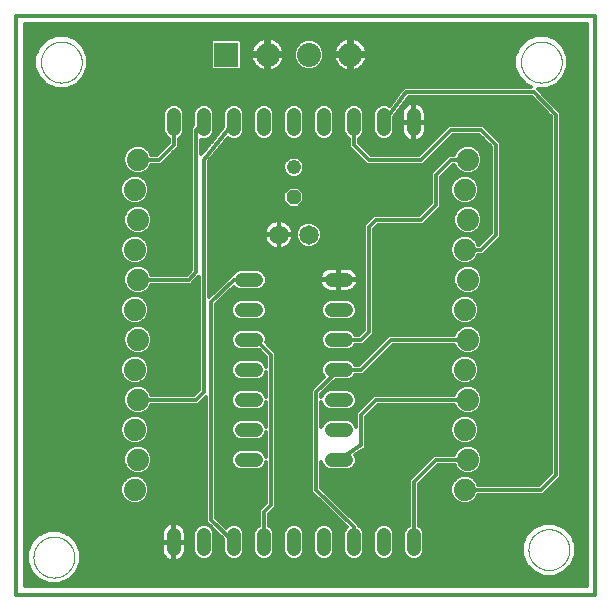
<source format=gtl>
G75*
%MOIN*%
%OFA0B0*%
%FSLAX25Y25*%
%IPPOS*%
%LPD*%
%AMOC8*
5,1,8,0,0,1.08239X$1,22.5*
%
%ADD10C,0.01200*%
%ADD11C,0.00000*%
%ADD12C,0.07400*%
%ADD13C,0.04800*%
%ADD14C,0.06500*%
%ADD15R,0.08000X0.08000*%
%ADD16C,0.08000*%
%ADD17C,0.04800*%
%ADD18OC8,0.04800*%
D10*
X0011733Y0001600D02*
X0011733Y0194513D01*
X0204647Y0194513D01*
X0204647Y0001600D01*
X0011733Y0001600D01*
X0014508Y0004375D02*
X0014508Y0191739D01*
X0201872Y0191739D01*
X0201872Y0004375D01*
X0014508Y0004375D01*
X0014508Y0005196D02*
X0022278Y0005196D01*
X0022448Y0005125D02*
X0026018Y0005125D01*
X0029317Y0006492D01*
X0031842Y0009016D01*
X0033208Y0012315D01*
X0033208Y0015885D01*
X0031842Y0019184D01*
X0029317Y0021708D01*
X0026018Y0023075D01*
X0022448Y0023075D01*
X0019149Y0021708D01*
X0016625Y0019184D01*
X0015258Y0015885D01*
X0015258Y0012315D01*
X0016625Y0009016D01*
X0019149Y0006492D01*
X0022448Y0005125D01*
X0019385Y0006394D02*
X0014508Y0006394D01*
X0014508Y0007593D02*
X0018048Y0007593D01*
X0016850Y0008791D02*
X0014508Y0008791D01*
X0014508Y0009990D02*
X0016222Y0009990D01*
X0015725Y0011188D02*
X0014508Y0011188D01*
X0014508Y0012387D02*
X0015258Y0012387D01*
X0015258Y0013585D02*
X0014508Y0013585D01*
X0014508Y0014784D02*
X0015258Y0014784D01*
X0015299Y0015982D02*
X0014508Y0015982D01*
X0014508Y0017181D02*
X0015795Y0017181D01*
X0016291Y0018379D02*
X0014508Y0018379D01*
X0014508Y0019578D02*
X0017019Y0019578D01*
X0018217Y0020776D02*
X0014508Y0020776D01*
X0014508Y0021975D02*
X0019792Y0021975D01*
X0014508Y0023173D02*
X0060597Y0023173D01*
X0060688Y0023395D02*
X0060387Y0022667D01*
X0060233Y0021894D01*
X0060233Y0019300D01*
X0064033Y0019300D01*
X0064033Y0018900D01*
X0060233Y0018900D01*
X0060233Y0016306D01*
X0060387Y0015533D01*
X0060688Y0014805D01*
X0061126Y0014150D01*
X0061683Y0013593D01*
X0062339Y0013155D01*
X0063066Y0012854D01*
X0063839Y0012700D01*
X0064033Y0012700D01*
X0064033Y0018900D01*
X0064433Y0018900D01*
X0064433Y0012700D01*
X0064627Y0012700D01*
X0065400Y0012854D01*
X0066128Y0013155D01*
X0066783Y0013593D01*
X0067340Y0014150D01*
X0067778Y0014805D01*
X0068080Y0015533D01*
X0068233Y0016306D01*
X0068233Y0018900D01*
X0064433Y0018900D01*
X0064433Y0019300D01*
X0064033Y0019300D01*
X0064033Y0025500D01*
X0063839Y0025500D01*
X0063066Y0025346D01*
X0062339Y0025045D01*
X0061683Y0024607D01*
X0061126Y0024050D01*
X0060688Y0023395D01*
X0061448Y0024372D02*
X0014508Y0024372D01*
X0014508Y0025570D02*
X0075359Y0025570D01*
X0075033Y0025896D02*
X0080733Y0020196D01*
X0080733Y0016004D01*
X0081266Y0014717D01*
X0082251Y0013733D01*
X0083537Y0013200D01*
X0084929Y0013200D01*
X0086216Y0013733D01*
X0087200Y0014717D01*
X0087733Y0016004D01*
X0087733Y0022196D01*
X0087200Y0023483D01*
X0086216Y0024467D01*
X0084929Y0025000D01*
X0083537Y0025000D01*
X0082251Y0024467D01*
X0081760Y0023977D01*
X0078433Y0027304D01*
X0078433Y0098396D01*
X0084260Y0104223D01*
X0084851Y0103633D01*
X0086137Y0103100D01*
X0092329Y0103100D01*
X0093616Y0103633D01*
X0094600Y0104617D01*
X0095133Y0105904D01*
X0095133Y0107296D01*
X0094600Y0108583D01*
X0093616Y0109567D01*
X0092329Y0110100D01*
X0086137Y0110100D01*
X0084851Y0109567D01*
X0083866Y0108583D01*
X0083749Y0108300D01*
X0083529Y0108300D01*
X0075933Y0100704D01*
X0075933Y0146004D01*
X0082176Y0153807D01*
X0082251Y0153733D01*
X0083537Y0153200D01*
X0084929Y0153200D01*
X0086216Y0153733D01*
X0087200Y0154717D01*
X0087733Y0156004D01*
X0087733Y0162196D01*
X0087200Y0163483D01*
X0086216Y0164467D01*
X0084929Y0165000D01*
X0083537Y0165000D01*
X0082251Y0164467D01*
X0081266Y0163483D01*
X0080733Y0162196D01*
X0080733Y0157446D01*
X0073433Y0148321D01*
X0073433Y0153243D01*
X0073537Y0153200D01*
X0074929Y0153200D01*
X0076216Y0153733D01*
X0077200Y0154717D01*
X0077733Y0156004D01*
X0077733Y0162196D01*
X0077200Y0163483D01*
X0076216Y0164467D01*
X0074929Y0165000D01*
X0073537Y0165000D01*
X0072251Y0164467D01*
X0071266Y0163483D01*
X0070733Y0162196D01*
X0070733Y0158004D01*
X0070033Y0157304D01*
X0070033Y0109804D01*
X0068529Y0108300D01*
X0056725Y0108300D01*
X0056302Y0109319D01*
X0054952Y0110669D01*
X0053188Y0111400D01*
X0051278Y0111400D01*
X0049514Y0110669D01*
X0048164Y0109319D01*
X0047433Y0107555D01*
X0047433Y0105645D01*
X0048164Y0103881D01*
X0049514Y0102531D01*
X0051278Y0101800D01*
X0053188Y0101800D01*
X0054952Y0102531D01*
X0056302Y0103881D01*
X0056725Y0104900D01*
X0069937Y0104900D01*
X0072437Y0107400D01*
X0072533Y0107496D01*
X0072533Y0069804D01*
X0071029Y0068300D01*
X0056725Y0068300D01*
X0056302Y0069319D01*
X0054952Y0070669D01*
X0053188Y0071400D01*
X0051278Y0071400D01*
X0049514Y0070669D01*
X0048164Y0069319D01*
X0047433Y0067555D01*
X0047433Y0065645D01*
X0048164Y0063881D01*
X0049514Y0062531D01*
X0051278Y0061800D01*
X0053188Y0061800D01*
X0054952Y0062531D01*
X0056302Y0063881D01*
X0056725Y0064900D01*
X0072437Y0064900D01*
X0073433Y0065896D01*
X0074937Y0067400D01*
X0074937Y0067400D01*
X0075033Y0067496D01*
X0075033Y0025896D01*
X0075033Y0026769D02*
X0014508Y0026769D01*
X0014508Y0027967D02*
X0075033Y0027967D01*
X0075033Y0029166D02*
X0014508Y0029166D01*
X0014508Y0030364D02*
X0075033Y0030364D01*
X0075033Y0031563D02*
X0014508Y0031563D01*
X0014508Y0032761D02*
X0048284Y0032761D01*
X0048514Y0032531D02*
X0050278Y0031800D01*
X0052188Y0031800D01*
X0053952Y0032531D01*
X0055302Y0033881D01*
X0056033Y0035645D01*
X0056033Y0037555D01*
X0055302Y0039319D01*
X0053952Y0040669D01*
X0052188Y0041400D01*
X0050278Y0041400D01*
X0048514Y0040669D01*
X0047164Y0039319D01*
X0046433Y0037555D01*
X0046433Y0035645D01*
X0047164Y0033881D01*
X0048514Y0032531D01*
X0047131Y0033960D02*
X0014508Y0033960D01*
X0014508Y0035158D02*
X0046635Y0035158D01*
X0046433Y0036357D02*
X0014508Y0036357D01*
X0014508Y0037555D02*
X0046433Y0037555D01*
X0046930Y0038754D02*
X0014508Y0038754D01*
X0014508Y0039952D02*
X0047797Y0039952D01*
X0049677Y0041151D02*
X0014508Y0041151D01*
X0014508Y0042349D02*
X0049952Y0042349D01*
X0049514Y0042531D02*
X0051278Y0041800D01*
X0053188Y0041800D01*
X0054952Y0042531D01*
X0056302Y0043881D01*
X0057033Y0045645D01*
X0057033Y0047555D01*
X0056302Y0049319D01*
X0054952Y0050669D01*
X0053188Y0051400D01*
X0051278Y0051400D01*
X0049514Y0050669D01*
X0048164Y0049319D01*
X0047433Y0047555D01*
X0047433Y0045645D01*
X0048164Y0043881D01*
X0049514Y0042531D01*
X0048497Y0043548D02*
X0014508Y0043548D01*
X0014508Y0044746D02*
X0047806Y0044746D01*
X0047433Y0045945D02*
X0014508Y0045945D01*
X0014508Y0047143D02*
X0047433Y0047143D01*
X0047759Y0048342D02*
X0014508Y0048342D01*
X0014508Y0049540D02*
X0048385Y0049540D01*
X0049683Y0050739D02*
X0014508Y0050739D01*
X0014508Y0051937D02*
X0049947Y0051937D01*
X0050278Y0051800D02*
X0052188Y0051800D01*
X0053952Y0052531D01*
X0055302Y0053881D01*
X0056033Y0055645D01*
X0056033Y0057555D01*
X0055302Y0059319D01*
X0053952Y0060669D01*
X0052188Y0061400D01*
X0050278Y0061400D01*
X0048514Y0060669D01*
X0047164Y0059319D01*
X0046433Y0057555D01*
X0046433Y0055645D01*
X0047164Y0053881D01*
X0048514Y0052531D01*
X0050278Y0051800D01*
X0052520Y0051937D02*
X0075033Y0051937D01*
X0075033Y0050739D02*
X0054784Y0050739D01*
X0056081Y0049540D02*
X0075033Y0049540D01*
X0075033Y0048342D02*
X0056707Y0048342D01*
X0057033Y0047143D02*
X0075033Y0047143D01*
X0075033Y0045945D02*
X0057033Y0045945D01*
X0056661Y0044746D02*
X0075033Y0044746D01*
X0075033Y0043548D02*
X0055969Y0043548D01*
X0054514Y0042349D02*
X0075033Y0042349D01*
X0075033Y0041151D02*
X0052789Y0041151D01*
X0054669Y0039952D02*
X0075033Y0039952D01*
X0075033Y0038754D02*
X0055537Y0038754D01*
X0056033Y0037555D02*
X0075033Y0037555D01*
X0075033Y0036357D02*
X0056033Y0036357D01*
X0055832Y0035158D02*
X0075033Y0035158D01*
X0075033Y0033960D02*
X0055335Y0033960D01*
X0054183Y0032761D02*
X0075033Y0032761D01*
X0078433Y0032761D02*
X0095033Y0032761D01*
X0095033Y0032304D02*
X0093529Y0030800D01*
X0092533Y0029804D01*
X0092533Y0024584D01*
X0092251Y0024467D01*
X0091266Y0023483D01*
X0090733Y0022196D01*
X0090733Y0016004D01*
X0091266Y0014717D01*
X0092251Y0013733D01*
X0093537Y0013200D01*
X0094929Y0013200D01*
X0096216Y0013733D01*
X0097200Y0014717D01*
X0097733Y0016004D01*
X0097733Y0022196D01*
X0097200Y0023483D01*
X0096216Y0024467D01*
X0095933Y0024584D01*
X0095933Y0028396D01*
X0098433Y0030896D01*
X0098433Y0082304D01*
X0097437Y0083300D01*
X0095045Y0085692D01*
X0095133Y0085904D01*
X0095133Y0087296D01*
X0094600Y0088583D01*
X0093616Y0089567D01*
X0092329Y0090100D01*
X0086137Y0090100D01*
X0084851Y0089567D01*
X0083866Y0088583D01*
X0083333Y0087296D01*
X0083333Y0085904D01*
X0083866Y0084617D01*
X0084851Y0083633D01*
X0086137Y0083100D01*
X0092329Y0083100D01*
X0092683Y0083246D01*
X0095033Y0080896D01*
X0095033Y0077538D01*
X0094600Y0078583D01*
X0093616Y0079567D01*
X0092329Y0080100D01*
X0086137Y0080100D01*
X0084851Y0079567D01*
X0083866Y0078583D01*
X0083333Y0077296D01*
X0083333Y0075904D01*
X0083866Y0074617D01*
X0084851Y0073633D01*
X0086137Y0073100D01*
X0092329Y0073100D01*
X0093616Y0073633D01*
X0094600Y0074617D01*
X0095033Y0075662D01*
X0095033Y0067538D01*
X0094600Y0068583D01*
X0093616Y0069567D01*
X0092329Y0070100D01*
X0086137Y0070100D01*
X0084851Y0069567D01*
X0083866Y0068583D01*
X0083333Y0067296D01*
X0083333Y0065904D01*
X0083866Y0064617D01*
X0084851Y0063633D01*
X0086137Y0063100D01*
X0092329Y0063100D01*
X0093616Y0063633D01*
X0094600Y0064617D01*
X0095033Y0065662D01*
X0095033Y0057538D01*
X0094600Y0058583D01*
X0093616Y0059567D01*
X0092329Y0060100D01*
X0086137Y0060100D01*
X0084851Y0059567D01*
X0083866Y0058583D01*
X0083333Y0057296D01*
X0083333Y0055904D01*
X0083866Y0054617D01*
X0084851Y0053633D01*
X0086137Y0053100D01*
X0092329Y0053100D01*
X0093616Y0053633D01*
X0094600Y0054617D01*
X0095033Y0055662D01*
X0095033Y0047538D01*
X0094600Y0048583D01*
X0093616Y0049567D01*
X0092329Y0050100D01*
X0086137Y0050100D01*
X0084851Y0049567D01*
X0083866Y0048583D01*
X0083333Y0047296D01*
X0083333Y0045904D01*
X0083866Y0044617D01*
X0084851Y0043633D01*
X0086137Y0043100D01*
X0092329Y0043100D01*
X0093616Y0043633D01*
X0094600Y0044617D01*
X0095033Y0045662D01*
X0095033Y0032304D01*
X0094292Y0031563D02*
X0078433Y0031563D01*
X0078433Y0030364D02*
X0093093Y0030364D01*
X0092533Y0029166D02*
X0078433Y0029166D01*
X0078433Y0027967D02*
X0092533Y0027967D01*
X0092533Y0026769D02*
X0078969Y0026769D01*
X0080167Y0025570D02*
X0092533Y0025570D01*
X0092155Y0024372D02*
X0086311Y0024372D01*
X0087329Y0023173D02*
X0091138Y0023173D01*
X0090733Y0021975D02*
X0087733Y0021975D01*
X0087733Y0020776D02*
X0090733Y0020776D01*
X0090733Y0019578D02*
X0087733Y0019578D01*
X0087733Y0018379D02*
X0090733Y0018379D01*
X0090733Y0017181D02*
X0087733Y0017181D01*
X0087724Y0015982D02*
X0090742Y0015982D01*
X0091239Y0014784D02*
X0087228Y0014784D01*
X0085859Y0013585D02*
X0092607Y0013585D01*
X0095859Y0013585D02*
X0102607Y0013585D01*
X0102251Y0013733D02*
X0103537Y0013200D01*
X0104929Y0013200D01*
X0106216Y0013733D01*
X0107200Y0014717D01*
X0107733Y0016004D01*
X0107733Y0022196D01*
X0107200Y0023483D01*
X0106216Y0024467D01*
X0104929Y0025000D01*
X0103537Y0025000D01*
X0102251Y0024467D01*
X0101266Y0023483D01*
X0100733Y0022196D01*
X0100733Y0016004D01*
X0101266Y0014717D01*
X0102251Y0013733D01*
X0101239Y0014784D02*
X0097228Y0014784D01*
X0097724Y0015982D02*
X0100742Y0015982D01*
X0100733Y0017181D02*
X0097733Y0017181D01*
X0097733Y0018379D02*
X0100733Y0018379D01*
X0100733Y0019578D02*
X0097733Y0019578D01*
X0097733Y0020776D02*
X0100733Y0020776D01*
X0100733Y0021975D02*
X0097733Y0021975D01*
X0097329Y0023173D02*
X0101138Y0023173D01*
X0102155Y0024372D02*
X0096311Y0024372D01*
X0095933Y0025570D02*
X0120359Y0025570D01*
X0121557Y0024372D02*
X0116311Y0024372D01*
X0116216Y0024467D02*
X0114929Y0025000D01*
X0113537Y0025000D01*
X0112251Y0024467D01*
X0111266Y0023483D01*
X0110733Y0022196D01*
X0110733Y0016004D01*
X0111266Y0014717D01*
X0112251Y0013733D01*
X0113537Y0013200D01*
X0114929Y0013200D01*
X0116216Y0013733D01*
X0117200Y0014717D01*
X0117733Y0016004D01*
X0117733Y0022196D01*
X0117200Y0023483D01*
X0116216Y0024467D01*
X0117329Y0023173D02*
X0121138Y0023173D01*
X0121266Y0023483D02*
X0120733Y0022196D01*
X0120733Y0016004D01*
X0121266Y0014717D01*
X0122251Y0013733D01*
X0123537Y0013200D01*
X0124929Y0013200D01*
X0126216Y0013733D01*
X0127200Y0014717D01*
X0127733Y0016004D01*
X0127733Y0022196D01*
X0127200Y0023483D01*
X0126216Y0024467D01*
X0125933Y0024584D01*
X0125933Y0024804D01*
X0124937Y0025800D01*
X0113433Y0037304D01*
X0113433Y0045662D01*
X0113866Y0044617D01*
X0114851Y0043633D01*
X0116137Y0043100D01*
X0122329Y0043100D01*
X0123616Y0043633D01*
X0124600Y0044617D01*
X0125133Y0045904D01*
X0125133Y0047296D01*
X0124746Y0048232D01*
X0127248Y0049900D01*
X0127437Y0049900D01*
X0127816Y0050279D01*
X0128262Y0050576D01*
X0128299Y0050762D01*
X0128433Y0050896D01*
X0128433Y0051432D01*
X0128538Y0051957D01*
X0128433Y0052115D01*
X0128433Y0060896D01*
X0132437Y0064900D01*
X0157742Y0064900D01*
X0158164Y0063881D01*
X0159514Y0062531D01*
X0161278Y0061800D01*
X0163188Y0061800D01*
X0164952Y0062531D01*
X0166302Y0063881D01*
X0167033Y0065645D01*
X0167033Y0067555D01*
X0166302Y0069319D01*
X0164952Y0070669D01*
X0163188Y0071400D01*
X0161278Y0071400D01*
X0159514Y0070669D01*
X0158164Y0069319D01*
X0157742Y0068300D01*
X0131029Y0068300D01*
X0125033Y0062304D01*
X0125033Y0057538D01*
X0124600Y0058583D01*
X0123616Y0059567D01*
X0122329Y0060100D01*
X0116137Y0060100D01*
X0114851Y0059567D01*
X0113866Y0058583D01*
X0113433Y0057538D01*
X0113433Y0065662D01*
X0113866Y0064617D01*
X0114851Y0063633D01*
X0116137Y0063100D01*
X0122329Y0063100D01*
X0123616Y0063633D01*
X0124600Y0064617D01*
X0125133Y0065904D01*
X0125133Y0067296D01*
X0124600Y0068583D01*
X0123616Y0069567D01*
X0122329Y0070100D01*
X0116137Y0070100D01*
X0114851Y0069567D01*
X0113866Y0068583D01*
X0113433Y0067538D01*
X0113433Y0068396D01*
X0118137Y0073100D01*
X0122329Y0073100D01*
X0123616Y0073633D01*
X0124600Y0074617D01*
X0124717Y0074900D01*
X0127437Y0074900D01*
X0137437Y0084900D01*
X0157742Y0084900D01*
X0158164Y0083881D01*
X0159514Y0082531D01*
X0161278Y0081800D01*
X0163188Y0081800D01*
X0164952Y0082531D01*
X0166302Y0083881D01*
X0167033Y0085645D01*
X0167033Y0087555D01*
X0166302Y0089319D01*
X0164952Y0090669D01*
X0163188Y0091400D01*
X0161278Y0091400D01*
X0159514Y0090669D01*
X0158164Y0089319D01*
X0157742Y0088300D01*
X0136029Y0088300D01*
X0135033Y0087304D01*
X0126029Y0078300D01*
X0124717Y0078300D01*
X0124600Y0078583D01*
X0123616Y0079567D01*
X0122329Y0080100D01*
X0116137Y0080100D01*
X0114851Y0079567D01*
X0113866Y0078583D01*
X0113333Y0077296D01*
X0113333Y0075904D01*
X0113866Y0074617D01*
X0114356Y0074127D01*
X0110033Y0069804D01*
X0110033Y0035896D01*
X0121856Y0024073D01*
X0121266Y0023483D01*
X0120733Y0021975D02*
X0117733Y0021975D01*
X0117733Y0020776D02*
X0120733Y0020776D01*
X0120733Y0019578D02*
X0117733Y0019578D01*
X0117733Y0018379D02*
X0120733Y0018379D01*
X0120733Y0017181D02*
X0117733Y0017181D01*
X0117724Y0015982D02*
X0120742Y0015982D01*
X0121239Y0014784D02*
X0117228Y0014784D01*
X0115859Y0013585D02*
X0122607Y0013585D01*
X0125859Y0013585D02*
X0132607Y0013585D01*
X0132251Y0013733D02*
X0133537Y0013200D01*
X0134929Y0013200D01*
X0136216Y0013733D01*
X0137200Y0014717D01*
X0137733Y0016004D01*
X0137733Y0022196D01*
X0137200Y0023483D01*
X0136216Y0024467D01*
X0134929Y0025000D01*
X0133537Y0025000D01*
X0132251Y0024467D01*
X0131266Y0023483D01*
X0130733Y0022196D01*
X0130733Y0016004D01*
X0131266Y0014717D01*
X0132251Y0013733D01*
X0131239Y0014784D02*
X0127228Y0014784D01*
X0127724Y0015982D02*
X0130742Y0015982D01*
X0130733Y0017181D02*
X0127733Y0017181D01*
X0127733Y0018379D02*
X0130733Y0018379D01*
X0130733Y0019578D02*
X0127733Y0019578D01*
X0127733Y0020776D02*
X0130733Y0020776D01*
X0130733Y0021975D02*
X0127733Y0021975D01*
X0127329Y0023173D02*
X0131138Y0023173D01*
X0132155Y0024372D02*
X0126311Y0024372D01*
X0125167Y0025570D02*
X0142533Y0025570D01*
X0142533Y0024584D02*
X0142251Y0024467D01*
X0141266Y0023483D01*
X0140733Y0022196D01*
X0140733Y0016004D01*
X0141266Y0014717D01*
X0142251Y0013733D01*
X0143537Y0013200D01*
X0144929Y0013200D01*
X0146216Y0013733D01*
X0147200Y0014717D01*
X0147733Y0016004D01*
X0147733Y0022196D01*
X0147200Y0023483D01*
X0146216Y0024467D01*
X0145933Y0024584D01*
X0145933Y0038396D01*
X0152437Y0044900D01*
X0157742Y0044900D01*
X0158164Y0043881D01*
X0159514Y0042531D01*
X0161278Y0041800D01*
X0163188Y0041800D01*
X0164952Y0042531D01*
X0166302Y0043881D01*
X0167033Y0045645D01*
X0167033Y0047555D01*
X0166302Y0049319D01*
X0164952Y0050669D01*
X0163188Y0051400D01*
X0161278Y0051400D01*
X0159514Y0050669D01*
X0158164Y0049319D01*
X0157742Y0048300D01*
X0151029Y0048300D01*
X0150033Y0047304D01*
X0143529Y0040800D01*
X0142533Y0039804D01*
X0142533Y0024584D01*
X0142155Y0024372D02*
X0136311Y0024372D01*
X0137329Y0023173D02*
X0141138Y0023173D01*
X0140733Y0021975D02*
X0137733Y0021975D01*
X0137733Y0020776D02*
X0140733Y0020776D01*
X0140733Y0019578D02*
X0137733Y0019578D01*
X0137733Y0018379D02*
X0140733Y0018379D01*
X0140733Y0017181D02*
X0137733Y0017181D01*
X0137724Y0015982D02*
X0140742Y0015982D01*
X0141239Y0014784D02*
X0137228Y0014784D01*
X0135859Y0013585D02*
X0142607Y0013585D01*
X0145859Y0013585D02*
X0180768Y0013585D01*
X0181264Y0012387D02*
X0033208Y0012387D01*
X0033208Y0013585D02*
X0061695Y0013585D01*
X0060703Y0014784D02*
X0033208Y0014784D01*
X0033168Y0015982D02*
X0060298Y0015982D01*
X0060233Y0017181D02*
X0032671Y0017181D01*
X0032175Y0018379D02*
X0060233Y0018379D01*
X0060233Y0019578D02*
X0031448Y0019578D01*
X0030249Y0020776D02*
X0060233Y0020776D01*
X0060249Y0021975D02*
X0028674Y0021975D01*
X0032741Y0011188D02*
X0181953Y0011188D01*
X0181625Y0011516D02*
X0184149Y0008992D01*
X0187448Y0007625D01*
X0191018Y0007625D01*
X0194317Y0008992D01*
X0196842Y0011516D01*
X0198208Y0014815D01*
X0198208Y0018385D01*
X0196842Y0021684D01*
X0194317Y0024208D01*
X0191018Y0025575D01*
X0187448Y0025575D01*
X0184149Y0024208D01*
X0181625Y0021684D01*
X0180258Y0018385D01*
X0180258Y0014815D01*
X0181625Y0011516D01*
X0183151Y0009990D02*
X0032245Y0009990D01*
X0031617Y0008791D02*
X0184633Y0008791D01*
X0180271Y0014784D02*
X0147228Y0014784D01*
X0147724Y0015982D02*
X0180258Y0015982D01*
X0180258Y0017181D02*
X0147733Y0017181D01*
X0147733Y0018379D02*
X0180258Y0018379D01*
X0180752Y0019578D02*
X0147733Y0019578D01*
X0147733Y0020776D02*
X0181249Y0020776D01*
X0181916Y0021975D02*
X0147733Y0021975D01*
X0147329Y0023173D02*
X0183114Y0023173D01*
X0184544Y0024372D02*
X0146311Y0024372D01*
X0145933Y0025570D02*
X0187437Y0025570D01*
X0191029Y0025570D02*
X0201872Y0025570D01*
X0201872Y0024372D02*
X0193923Y0024372D01*
X0195352Y0023173D02*
X0201872Y0023173D01*
X0201872Y0021975D02*
X0196551Y0021975D01*
X0197218Y0020776D02*
X0201872Y0020776D01*
X0201872Y0019578D02*
X0197714Y0019578D01*
X0198208Y0018379D02*
X0201872Y0018379D01*
X0201872Y0017181D02*
X0198208Y0017181D01*
X0198208Y0015982D02*
X0201872Y0015982D01*
X0201872Y0014784D02*
X0198195Y0014784D01*
X0197699Y0013585D02*
X0201872Y0013585D01*
X0201872Y0012387D02*
X0197202Y0012387D01*
X0196514Y0011188D02*
X0201872Y0011188D01*
X0201872Y0009990D02*
X0195315Y0009990D01*
X0193833Y0008791D02*
X0201872Y0008791D01*
X0201872Y0007593D02*
X0030418Y0007593D01*
X0029082Y0006394D02*
X0201872Y0006394D01*
X0201872Y0005196D02*
X0026188Y0005196D01*
X0064033Y0013585D02*
X0064433Y0013585D01*
X0064433Y0014784D02*
X0064033Y0014784D01*
X0064033Y0015982D02*
X0064433Y0015982D01*
X0064433Y0017181D02*
X0064033Y0017181D01*
X0064033Y0018379D02*
X0064433Y0018379D01*
X0064433Y0019300D02*
X0068233Y0019300D01*
X0068233Y0021894D01*
X0068080Y0022667D01*
X0067778Y0023395D01*
X0067340Y0024050D01*
X0066783Y0024607D01*
X0066128Y0025045D01*
X0065400Y0025346D01*
X0064627Y0025500D01*
X0064433Y0025500D01*
X0064433Y0019300D01*
X0064433Y0019578D02*
X0064033Y0019578D01*
X0064033Y0020776D02*
X0064433Y0020776D01*
X0064433Y0021975D02*
X0064033Y0021975D01*
X0064033Y0023173D02*
X0064433Y0023173D01*
X0064433Y0024372D02*
X0064033Y0024372D01*
X0067018Y0024372D02*
X0072155Y0024372D01*
X0072251Y0024467D02*
X0071266Y0023483D01*
X0070733Y0022196D01*
X0070733Y0016004D01*
X0071266Y0014717D01*
X0072251Y0013733D01*
X0073537Y0013200D01*
X0074929Y0013200D01*
X0076216Y0013733D01*
X0077200Y0014717D01*
X0077733Y0016004D01*
X0077733Y0022196D01*
X0077200Y0023483D01*
X0076216Y0024467D01*
X0074929Y0025000D01*
X0073537Y0025000D01*
X0072251Y0024467D01*
X0071138Y0023173D02*
X0067870Y0023173D01*
X0068217Y0021975D02*
X0070733Y0021975D01*
X0070733Y0020776D02*
X0068233Y0020776D01*
X0068233Y0019578D02*
X0070733Y0019578D01*
X0070733Y0018379D02*
X0068233Y0018379D01*
X0068233Y0017181D02*
X0070733Y0017181D01*
X0070742Y0015982D02*
X0068169Y0015982D01*
X0067764Y0014784D02*
X0071239Y0014784D01*
X0072607Y0013585D02*
X0066771Y0013585D01*
X0075859Y0013585D02*
X0082607Y0013585D01*
X0081239Y0014784D02*
X0077228Y0014784D01*
X0077724Y0015982D02*
X0080742Y0015982D01*
X0080733Y0017181D02*
X0077733Y0017181D01*
X0077733Y0018379D02*
X0080733Y0018379D01*
X0080733Y0019578D02*
X0077733Y0019578D01*
X0077733Y0020776D02*
X0080153Y0020776D01*
X0078954Y0021975D02*
X0077733Y0021975D01*
X0077756Y0023173D02*
X0077329Y0023173D01*
X0076557Y0024372D02*
X0076311Y0024372D01*
X0076733Y0026600D02*
X0084233Y0019100D01*
X0082155Y0024372D02*
X0081366Y0024372D01*
X0076733Y0026600D02*
X0076733Y0099100D01*
X0084233Y0106600D01*
X0083497Y0108268D02*
X0075933Y0108268D01*
X0075933Y0109466D02*
X0084750Y0109466D01*
X0082298Y0107069D02*
X0075933Y0107069D01*
X0075933Y0105870D02*
X0081100Y0105870D01*
X0079901Y0104672D02*
X0075933Y0104672D01*
X0075933Y0103473D02*
X0078703Y0103473D01*
X0077504Y0102275D02*
X0075933Y0102275D01*
X0075933Y0101076D02*
X0076306Y0101076D01*
X0072533Y0101076D02*
X0052969Y0101076D01*
X0052188Y0101400D02*
X0050278Y0101400D01*
X0048514Y0100669D01*
X0047164Y0099319D01*
X0046433Y0097555D01*
X0046433Y0095645D01*
X0047164Y0093881D01*
X0048514Y0092531D01*
X0050278Y0091800D01*
X0052188Y0091800D01*
X0053952Y0092531D01*
X0055302Y0093881D01*
X0056033Y0095645D01*
X0056033Y0097555D01*
X0055302Y0099319D01*
X0053952Y0100669D01*
X0052188Y0101400D01*
X0050132Y0102275D02*
X0014508Y0102275D01*
X0014508Y0103473D02*
X0048572Y0103473D01*
X0047836Y0104672D02*
X0014508Y0104672D01*
X0014508Y0105870D02*
X0047433Y0105870D01*
X0047433Y0107069D02*
X0014508Y0107069D01*
X0014508Y0108268D02*
X0047728Y0108268D01*
X0048311Y0109466D02*
X0014508Y0109466D01*
X0014508Y0110665D02*
X0049510Y0110665D01*
X0050126Y0111863D02*
X0014508Y0111863D01*
X0014508Y0113062D02*
X0047983Y0113062D01*
X0048514Y0112531D02*
X0050278Y0111800D01*
X0052188Y0111800D01*
X0053952Y0112531D01*
X0055302Y0113881D01*
X0056033Y0115645D01*
X0056033Y0117555D01*
X0055302Y0119319D01*
X0053952Y0120669D01*
X0052188Y0121400D01*
X0050278Y0121400D01*
X0048514Y0120669D01*
X0047164Y0119319D01*
X0046433Y0117555D01*
X0046433Y0115645D01*
X0047164Y0113881D01*
X0048514Y0112531D01*
X0047007Y0114260D02*
X0014508Y0114260D01*
X0014508Y0115459D02*
X0046511Y0115459D01*
X0046433Y0116657D02*
X0014508Y0116657D01*
X0014508Y0117856D02*
X0046558Y0117856D01*
X0047054Y0119054D02*
X0014508Y0119054D01*
X0014508Y0120253D02*
X0048098Y0120253D01*
X0049514Y0122531D02*
X0051278Y0121800D01*
X0053188Y0121800D01*
X0054952Y0122531D01*
X0056302Y0123881D01*
X0057033Y0125645D01*
X0057033Y0127555D01*
X0056302Y0129319D01*
X0054952Y0130669D01*
X0053188Y0131400D01*
X0051278Y0131400D01*
X0049514Y0130669D01*
X0048164Y0129319D01*
X0047433Y0127555D01*
X0047433Y0125645D01*
X0048164Y0123881D01*
X0049514Y0122531D01*
X0049395Y0122650D02*
X0014508Y0122650D01*
X0014508Y0123848D02*
X0048197Y0123848D01*
X0047681Y0125047D02*
X0014508Y0125047D01*
X0014508Y0126245D02*
X0047433Y0126245D01*
X0047433Y0127444D02*
X0014508Y0127444D01*
X0014508Y0128642D02*
X0047884Y0128642D01*
X0048686Y0129841D02*
X0014508Y0129841D01*
X0014508Y0131039D02*
X0050408Y0131039D01*
X0050278Y0131800D02*
X0048514Y0132531D01*
X0047164Y0133881D01*
X0046433Y0135645D01*
X0046433Y0137555D01*
X0047164Y0139319D01*
X0048514Y0140669D01*
X0050278Y0141400D01*
X0052188Y0141400D01*
X0053952Y0140669D01*
X0055302Y0139319D01*
X0056033Y0137555D01*
X0056033Y0135645D01*
X0055302Y0133881D01*
X0053952Y0132531D01*
X0052188Y0131800D01*
X0050278Y0131800D01*
X0049222Y0132238D02*
X0014508Y0132238D01*
X0014508Y0133436D02*
X0047609Y0133436D01*
X0046852Y0134635D02*
X0014508Y0134635D01*
X0014508Y0135833D02*
X0046433Y0135833D01*
X0046433Y0137032D02*
X0014508Y0137032D01*
X0014508Y0138230D02*
X0046713Y0138230D01*
X0047274Y0139429D02*
X0014508Y0139429D01*
X0014508Y0140627D02*
X0048472Y0140627D01*
X0049514Y0142531D02*
X0051278Y0141800D01*
X0053188Y0141800D01*
X0054952Y0142531D01*
X0056302Y0143881D01*
X0056725Y0144900D01*
X0059937Y0144900D01*
X0064937Y0149900D01*
X0065933Y0150896D01*
X0065933Y0153616D01*
X0066216Y0153733D01*
X0067200Y0154717D01*
X0067733Y0156004D01*
X0067733Y0162196D01*
X0067200Y0163483D01*
X0066216Y0164467D01*
X0064929Y0165000D01*
X0063537Y0165000D01*
X0062251Y0164467D01*
X0061266Y0163483D01*
X0060733Y0162196D01*
X0060733Y0156004D01*
X0061266Y0154717D01*
X0062251Y0153733D01*
X0062533Y0153616D01*
X0062533Y0152304D01*
X0058529Y0148300D01*
X0056725Y0148300D01*
X0056302Y0149319D01*
X0054952Y0150669D01*
X0053188Y0151400D01*
X0051278Y0151400D01*
X0049514Y0150669D01*
X0048164Y0149319D01*
X0047433Y0147555D01*
X0047433Y0145645D01*
X0048164Y0143881D01*
X0049514Y0142531D01*
X0049021Y0143024D02*
X0014508Y0143024D01*
X0014508Y0141826D02*
X0051216Y0141826D01*
X0053250Y0141826D02*
X0070033Y0141826D01*
X0070033Y0143024D02*
X0055446Y0143024D01*
X0056444Y0144223D02*
X0070033Y0144223D01*
X0070033Y0145421D02*
X0060459Y0145421D01*
X0061657Y0146620D02*
X0070033Y0146620D01*
X0070033Y0147818D02*
X0062856Y0147818D01*
X0064054Y0149017D02*
X0070033Y0149017D01*
X0070033Y0150215D02*
X0065253Y0150215D01*
X0065933Y0151414D02*
X0070033Y0151414D01*
X0070033Y0152612D02*
X0065933Y0152612D01*
X0066294Y0153811D02*
X0070033Y0153811D01*
X0070033Y0155009D02*
X0067321Y0155009D01*
X0067733Y0156208D02*
X0070033Y0156208D01*
X0070136Y0157406D02*
X0067733Y0157406D01*
X0067733Y0158605D02*
X0070733Y0158605D01*
X0070733Y0159803D02*
X0067733Y0159803D01*
X0067733Y0161002D02*
X0070733Y0161002D01*
X0070735Y0162201D02*
X0067731Y0162201D01*
X0067235Y0163399D02*
X0071231Y0163399D01*
X0072565Y0164598D02*
X0065901Y0164598D01*
X0062565Y0164598D02*
X0014508Y0164598D01*
X0014508Y0165796D02*
X0137130Y0165796D01*
X0136231Y0164598D02*
X0135901Y0164598D01*
X0136153Y0164493D02*
X0134929Y0165000D01*
X0133537Y0165000D01*
X0132251Y0164467D01*
X0131266Y0163483D01*
X0130733Y0162196D01*
X0130733Y0156004D01*
X0131266Y0154717D01*
X0132251Y0153733D01*
X0133537Y0153200D01*
X0134929Y0153200D01*
X0136216Y0153733D01*
X0137200Y0154717D01*
X0137733Y0156004D01*
X0137733Y0160933D01*
X0142583Y0167400D01*
X0183529Y0167400D01*
X0190033Y0160896D01*
X0190033Y0042304D01*
X0186029Y0038300D01*
X0165725Y0038300D01*
X0165302Y0039319D01*
X0163952Y0040669D01*
X0162188Y0041400D01*
X0160278Y0041400D01*
X0158514Y0040669D01*
X0157164Y0039319D01*
X0156433Y0037555D01*
X0156433Y0035645D01*
X0157164Y0033881D01*
X0158514Y0032531D01*
X0160278Y0031800D01*
X0162188Y0031800D01*
X0163952Y0032531D01*
X0165302Y0033881D01*
X0165725Y0034900D01*
X0187437Y0034900D01*
X0192437Y0039900D01*
X0193433Y0040896D01*
X0193433Y0162304D01*
X0185933Y0169804D01*
X0185612Y0170125D01*
X0188518Y0170125D01*
X0191817Y0171492D01*
X0194342Y0174016D01*
X0195708Y0177315D01*
X0195708Y0180885D01*
X0194342Y0184184D01*
X0191817Y0186708D01*
X0188518Y0188075D01*
X0184948Y0188075D01*
X0181649Y0186708D01*
X0179125Y0184184D01*
X0177758Y0180885D01*
X0177758Y0177315D01*
X0179125Y0174016D01*
X0181649Y0171492D01*
X0183319Y0170800D01*
X0142300Y0170800D01*
X0142190Y0170882D01*
X0141612Y0170800D01*
X0141029Y0170800D01*
X0140932Y0170703D01*
X0140796Y0170683D01*
X0140446Y0170217D01*
X0140033Y0169804D01*
X0140033Y0169667D01*
X0136153Y0164493D01*
X0138684Y0162201D02*
X0140294Y0162201D01*
X0140233Y0161894D02*
X0140387Y0162667D01*
X0140688Y0163395D01*
X0141126Y0164050D01*
X0141683Y0164607D01*
X0142339Y0165045D01*
X0143066Y0165346D01*
X0143839Y0165500D01*
X0144033Y0165500D01*
X0144033Y0159300D01*
X0144033Y0158900D01*
X0140233Y0158900D01*
X0140233Y0156306D01*
X0140387Y0155533D01*
X0140688Y0154805D01*
X0141126Y0154150D01*
X0141683Y0153593D01*
X0142339Y0153155D01*
X0143066Y0152854D01*
X0143839Y0152700D01*
X0144033Y0152700D01*
X0144033Y0158900D01*
X0144433Y0158900D01*
X0144433Y0152700D01*
X0144627Y0152700D01*
X0145400Y0152854D01*
X0146128Y0153155D01*
X0146783Y0153593D01*
X0147340Y0154150D01*
X0147778Y0154805D01*
X0148080Y0155533D01*
X0148233Y0156306D01*
X0148233Y0158900D01*
X0144433Y0158900D01*
X0144433Y0159300D01*
X0144033Y0159300D01*
X0140233Y0159300D01*
X0140233Y0161894D01*
X0140233Y0161002D02*
X0137785Y0161002D01*
X0137733Y0159803D02*
X0140233Y0159803D01*
X0140233Y0158605D02*
X0137733Y0158605D01*
X0137733Y0157406D02*
X0140233Y0157406D01*
X0140253Y0156208D02*
X0137733Y0156208D01*
X0137321Y0155009D02*
X0140604Y0155009D01*
X0141465Y0153811D02*
X0136294Y0153811D01*
X0132173Y0153811D02*
X0126294Y0153811D01*
X0126216Y0153733D02*
X0127200Y0154717D01*
X0127733Y0156004D01*
X0127733Y0162196D01*
X0127200Y0163483D01*
X0126216Y0164467D01*
X0124929Y0165000D01*
X0123537Y0165000D01*
X0122251Y0164467D01*
X0121266Y0163483D01*
X0120733Y0162196D01*
X0120733Y0156004D01*
X0121266Y0154717D01*
X0122251Y0153733D01*
X0122533Y0153616D01*
X0122533Y0150896D01*
X0123529Y0149900D01*
X0128529Y0144900D01*
X0147437Y0144900D01*
X0148433Y0145896D01*
X0157437Y0154900D01*
X0166029Y0154900D01*
X0170033Y0150896D01*
X0170033Y0122304D01*
X0166029Y0118300D01*
X0165725Y0118300D01*
X0165302Y0119319D01*
X0163952Y0120669D01*
X0162188Y0121400D01*
X0160278Y0121400D01*
X0158514Y0120669D01*
X0157164Y0119319D01*
X0156433Y0117555D01*
X0156433Y0115645D01*
X0157164Y0113881D01*
X0158514Y0112531D01*
X0160278Y0111800D01*
X0162188Y0111800D01*
X0163952Y0112531D01*
X0165302Y0113881D01*
X0165725Y0114900D01*
X0167437Y0114900D01*
X0172437Y0119900D01*
X0173433Y0120896D01*
X0173433Y0152304D01*
X0168433Y0157304D01*
X0167437Y0158300D01*
X0156029Y0158300D01*
X0146029Y0148300D01*
X0129937Y0148300D01*
X0125933Y0152304D01*
X0125933Y0153616D01*
X0126216Y0153733D01*
X0125933Y0152612D02*
X0150342Y0152612D01*
X0151540Y0153811D02*
X0147001Y0153811D01*
X0147863Y0155009D02*
X0152739Y0155009D01*
X0153937Y0156208D02*
X0148214Y0156208D01*
X0148233Y0157406D02*
X0155136Y0157406D01*
X0156733Y0156600D02*
X0146733Y0146600D01*
X0129233Y0146600D01*
X0124233Y0151600D01*
X0124233Y0159100D01*
X0127733Y0158605D02*
X0130733Y0158605D01*
X0130733Y0159803D02*
X0127733Y0159803D01*
X0127733Y0161002D02*
X0130733Y0161002D01*
X0130735Y0162201D02*
X0127731Y0162201D01*
X0127235Y0163399D02*
X0131231Y0163399D01*
X0132565Y0164598D02*
X0125901Y0164598D01*
X0122565Y0164598D02*
X0115901Y0164598D01*
X0116216Y0164467D02*
X0114929Y0165000D01*
X0113537Y0165000D01*
X0112251Y0164467D01*
X0111266Y0163483D01*
X0110733Y0162196D01*
X0110733Y0156004D01*
X0111266Y0154717D01*
X0112251Y0153733D01*
X0113537Y0153200D01*
X0114929Y0153200D01*
X0116216Y0153733D01*
X0117200Y0154717D01*
X0117733Y0156004D01*
X0117733Y0162196D01*
X0117200Y0163483D01*
X0116216Y0164467D01*
X0117235Y0163399D02*
X0121231Y0163399D01*
X0120735Y0162201D02*
X0117731Y0162201D01*
X0117733Y0161002D02*
X0120733Y0161002D01*
X0120733Y0159803D02*
X0117733Y0159803D01*
X0117733Y0158605D02*
X0120733Y0158605D01*
X0120733Y0157406D02*
X0117733Y0157406D01*
X0117733Y0156208D02*
X0120733Y0156208D01*
X0121145Y0155009D02*
X0117321Y0155009D01*
X0116294Y0153811D02*
X0122173Y0153811D01*
X0122533Y0152612D02*
X0081220Y0152612D01*
X0080261Y0151414D02*
X0122533Y0151414D01*
X0123214Y0150215D02*
X0079303Y0150215D01*
X0078344Y0149017D02*
X0124412Y0149017D01*
X0125611Y0147818D02*
X0077385Y0147818D01*
X0076426Y0146620D02*
X0101803Y0146620D01*
X0102251Y0147067D02*
X0101266Y0146083D01*
X0100733Y0144796D01*
X0100733Y0143404D01*
X0101266Y0142117D01*
X0102251Y0141133D01*
X0103537Y0140600D01*
X0104929Y0140600D01*
X0106216Y0141133D01*
X0107200Y0142117D01*
X0107733Y0143404D01*
X0107733Y0144796D01*
X0107200Y0146083D01*
X0106216Y0147067D01*
X0104929Y0147600D01*
X0103537Y0147600D01*
X0102251Y0147067D01*
X0100992Y0145421D02*
X0075933Y0145421D01*
X0075933Y0144223D02*
X0100733Y0144223D01*
X0100890Y0143024D02*
X0075933Y0143024D01*
X0075933Y0141826D02*
X0101558Y0141826D01*
X0103471Y0140627D02*
X0075933Y0140627D01*
X0075933Y0139429D02*
X0150033Y0139429D01*
X0150033Y0140627D02*
X0104995Y0140627D01*
X0106909Y0141826D02*
X0150033Y0141826D01*
X0150033Y0142304D02*
X0150033Y0132304D01*
X0146029Y0128300D01*
X0131029Y0128300D01*
X0127533Y0124804D01*
X0127533Y0089804D01*
X0126029Y0088300D01*
X0124717Y0088300D01*
X0124600Y0088583D01*
X0123616Y0089567D01*
X0122329Y0090100D01*
X0116137Y0090100D01*
X0114851Y0089567D01*
X0113866Y0088583D01*
X0113333Y0087296D01*
X0113333Y0085904D01*
X0113866Y0084617D01*
X0114851Y0083633D01*
X0116137Y0083100D01*
X0122329Y0083100D01*
X0123616Y0083633D01*
X0124600Y0084617D01*
X0124717Y0084900D01*
X0127437Y0084900D01*
X0128433Y0085896D01*
X0129937Y0087400D01*
X0130933Y0088396D01*
X0130933Y0123396D01*
X0132437Y0124900D01*
X0147437Y0124900D01*
X0153433Y0130896D01*
X0153433Y0140896D01*
X0157437Y0144900D01*
X0157742Y0144900D01*
X0158164Y0143881D01*
X0159514Y0142531D01*
X0161278Y0141800D01*
X0163188Y0141800D01*
X0164952Y0142531D01*
X0166302Y0143881D01*
X0167033Y0145645D01*
X0167033Y0147555D01*
X0166302Y0149319D01*
X0164952Y0150669D01*
X0163188Y0151400D01*
X0161278Y0151400D01*
X0159514Y0150669D01*
X0158164Y0149319D01*
X0157742Y0148300D01*
X0156029Y0148300D01*
X0151029Y0143300D01*
X0150033Y0142304D01*
X0150753Y0143024D02*
X0107576Y0143024D01*
X0107733Y0144223D02*
X0151952Y0144223D01*
X0153150Y0145421D02*
X0147959Y0145421D01*
X0149157Y0146620D02*
X0154349Y0146620D01*
X0155547Y0147818D02*
X0150356Y0147818D01*
X0151554Y0149017D02*
X0158039Y0149017D01*
X0159060Y0150215D02*
X0152753Y0150215D01*
X0153951Y0151414D02*
X0169515Y0151414D01*
X0170033Y0150215D02*
X0165406Y0150215D01*
X0166428Y0149017D02*
X0170033Y0149017D01*
X0170033Y0147818D02*
X0166924Y0147818D01*
X0167033Y0146620D02*
X0170033Y0146620D01*
X0170033Y0145421D02*
X0166941Y0145421D01*
X0166444Y0144223D02*
X0170033Y0144223D01*
X0170033Y0143024D02*
X0165446Y0143024D01*
X0163250Y0141826D02*
X0170033Y0141826D01*
X0170033Y0140627D02*
X0163994Y0140627D01*
X0163952Y0140669D02*
X0162188Y0141400D01*
X0160278Y0141400D01*
X0158514Y0140669D01*
X0157164Y0139319D01*
X0156433Y0137555D01*
X0156433Y0135645D01*
X0157164Y0133881D01*
X0158514Y0132531D01*
X0160278Y0131800D01*
X0162188Y0131800D01*
X0163952Y0132531D01*
X0165302Y0133881D01*
X0166033Y0135645D01*
X0166033Y0137555D01*
X0165302Y0139319D01*
X0163952Y0140669D01*
X0165193Y0139429D02*
X0170033Y0139429D01*
X0170033Y0138230D02*
X0165753Y0138230D01*
X0166033Y0137032D02*
X0170033Y0137032D01*
X0170033Y0135833D02*
X0166033Y0135833D01*
X0165615Y0134635D02*
X0170033Y0134635D01*
X0170033Y0133436D02*
X0164858Y0133436D01*
X0163245Y0132238D02*
X0170033Y0132238D01*
X0170033Y0131039D02*
X0164059Y0131039D01*
X0163188Y0131400D02*
X0161278Y0131400D01*
X0159514Y0130669D01*
X0158164Y0129319D01*
X0157433Y0127555D01*
X0157433Y0125645D01*
X0158164Y0123881D01*
X0159514Y0122531D01*
X0161278Y0121800D01*
X0163188Y0121800D01*
X0164952Y0122531D01*
X0166302Y0123881D01*
X0167033Y0125645D01*
X0167033Y0127555D01*
X0166302Y0129319D01*
X0164952Y0130669D01*
X0163188Y0131400D01*
X0165781Y0129841D02*
X0170033Y0129841D01*
X0170033Y0128642D02*
X0166583Y0128642D01*
X0167033Y0127444D02*
X0170033Y0127444D01*
X0170033Y0126245D02*
X0167033Y0126245D01*
X0166785Y0125047D02*
X0170033Y0125047D01*
X0170033Y0123848D02*
X0166270Y0123848D01*
X0165071Y0122650D02*
X0170033Y0122650D01*
X0169180Y0121451D02*
X0130933Y0121451D01*
X0130933Y0120253D02*
X0158098Y0120253D01*
X0157054Y0119054D02*
X0130933Y0119054D01*
X0130933Y0117856D02*
X0156558Y0117856D01*
X0156433Y0116657D02*
X0130933Y0116657D01*
X0130933Y0115459D02*
X0156511Y0115459D01*
X0157007Y0114260D02*
X0130933Y0114260D01*
X0130933Y0113062D02*
X0157983Y0113062D01*
X0160126Y0111863D02*
X0130933Y0111863D01*
X0130933Y0110665D02*
X0159510Y0110665D01*
X0159514Y0110669D02*
X0158164Y0109319D01*
X0157433Y0107555D01*
X0157433Y0105645D01*
X0158164Y0103881D01*
X0159514Y0102531D01*
X0161278Y0101800D01*
X0163188Y0101800D01*
X0164952Y0102531D01*
X0166302Y0103881D01*
X0167033Y0105645D01*
X0167033Y0107555D01*
X0166302Y0109319D01*
X0164952Y0110669D01*
X0163188Y0111400D01*
X0161278Y0111400D01*
X0159514Y0110669D01*
X0158311Y0109466D02*
X0130933Y0109466D01*
X0130933Y0108268D02*
X0157728Y0108268D01*
X0157433Y0107069D02*
X0130933Y0107069D01*
X0130933Y0105870D02*
X0157433Y0105870D01*
X0157836Y0104672D02*
X0130933Y0104672D01*
X0130933Y0103473D02*
X0158572Y0103473D01*
X0160132Y0102275D02*
X0130933Y0102275D01*
X0130933Y0101076D02*
X0159497Y0101076D01*
X0160278Y0101400D02*
X0158514Y0100669D01*
X0157164Y0099319D01*
X0156433Y0097555D01*
X0156433Y0095645D01*
X0157164Y0093881D01*
X0158514Y0092531D01*
X0160278Y0091800D01*
X0162188Y0091800D01*
X0163952Y0092531D01*
X0165302Y0093881D01*
X0166033Y0095645D01*
X0166033Y0097555D01*
X0165302Y0099319D01*
X0163952Y0100669D01*
X0162188Y0101400D01*
X0160278Y0101400D01*
X0157723Y0099878D02*
X0130933Y0099878D01*
X0130933Y0098679D02*
X0156899Y0098679D01*
X0156433Y0097481D02*
X0130933Y0097481D01*
X0130933Y0096282D02*
X0156433Y0096282D01*
X0156666Y0095084D02*
X0130933Y0095084D01*
X0130933Y0093885D02*
X0157162Y0093885D01*
X0158358Y0092687D02*
X0130933Y0092687D01*
X0130933Y0091488D02*
X0190033Y0091488D01*
X0190033Y0090290D02*
X0165332Y0090290D01*
X0166397Y0089091D02*
X0190033Y0089091D01*
X0190033Y0087893D02*
X0166893Y0087893D01*
X0167033Y0086694D02*
X0190033Y0086694D01*
X0190033Y0085496D02*
X0166971Y0085496D01*
X0166475Y0084297D02*
X0190033Y0084297D01*
X0190033Y0083099D02*
X0165520Y0083099D01*
X0163430Y0081900D02*
X0190033Y0081900D01*
X0190033Y0080702D02*
X0163874Y0080702D01*
X0163952Y0080669D02*
X0162188Y0081400D01*
X0160278Y0081400D01*
X0158514Y0080669D01*
X0157164Y0079319D01*
X0156433Y0077555D01*
X0156433Y0075645D01*
X0157164Y0073881D01*
X0158514Y0072531D01*
X0160278Y0071800D01*
X0162188Y0071800D01*
X0163952Y0072531D01*
X0165302Y0073881D01*
X0166033Y0075645D01*
X0166033Y0077555D01*
X0165302Y0079319D01*
X0163952Y0080669D01*
X0165118Y0079503D02*
X0190033Y0079503D01*
X0190033Y0078305D02*
X0165723Y0078305D01*
X0166033Y0077106D02*
X0190033Y0077106D01*
X0190033Y0075908D02*
X0166033Y0075908D01*
X0165646Y0074709D02*
X0190033Y0074709D01*
X0190033Y0073511D02*
X0164932Y0073511D01*
X0163424Y0072312D02*
X0190033Y0072312D01*
X0190033Y0071114D02*
X0163879Y0071114D01*
X0165706Y0069915D02*
X0190033Y0069915D01*
X0190033Y0068717D02*
X0166552Y0068717D01*
X0167033Y0067518D02*
X0190033Y0067518D01*
X0190033Y0066320D02*
X0167033Y0066320D01*
X0166816Y0065121D02*
X0190033Y0065121D01*
X0190033Y0063923D02*
X0166320Y0063923D01*
X0165146Y0062724D02*
X0190033Y0062724D01*
X0190033Y0061526D02*
X0129063Y0061526D01*
X0128433Y0060327D02*
X0158172Y0060327D01*
X0158514Y0060669D02*
X0157164Y0059319D01*
X0156433Y0057555D01*
X0156433Y0055645D01*
X0157164Y0053881D01*
X0158514Y0052531D01*
X0160278Y0051800D01*
X0162188Y0051800D01*
X0163952Y0052531D01*
X0165302Y0053881D01*
X0166033Y0055645D01*
X0166033Y0057555D01*
X0165302Y0059319D01*
X0163952Y0060669D01*
X0162188Y0061400D01*
X0160278Y0061400D01*
X0158514Y0060669D01*
X0157085Y0059129D02*
X0128433Y0059129D01*
X0128433Y0057930D02*
X0156589Y0057930D01*
X0156433Y0056732D02*
X0128433Y0056732D01*
X0128433Y0055533D02*
X0156480Y0055533D01*
X0156976Y0054334D02*
X0128433Y0054334D01*
X0128433Y0053136D02*
X0157909Y0053136D01*
X0159947Y0051937D02*
X0128534Y0051937D01*
X0128295Y0050739D02*
X0159683Y0050739D01*
X0158385Y0049540D02*
X0126709Y0049540D01*
X0126733Y0051600D02*
X0126733Y0061600D01*
X0131733Y0066600D01*
X0162233Y0066600D01*
X0158760Y0069915D02*
X0122776Y0069915D01*
X0124466Y0068717D02*
X0157915Y0068717D01*
X0160587Y0071114D02*
X0116151Y0071114D01*
X0115691Y0069915D02*
X0114953Y0069915D01*
X0114000Y0068717D02*
X0113754Y0068717D01*
X0111733Y0069100D02*
X0119233Y0076600D01*
X0126733Y0076600D01*
X0136733Y0086600D01*
X0162233Y0086600D01*
X0159135Y0090290D02*
X0130933Y0090290D01*
X0130933Y0089091D02*
X0158070Y0089091D01*
X0157992Y0084297D02*
X0136835Y0084297D01*
X0135636Y0083099D02*
X0158946Y0083099D01*
X0161036Y0081900D02*
X0134438Y0081900D01*
X0133239Y0080702D02*
X0158593Y0080702D01*
X0157348Y0079503D02*
X0132041Y0079503D01*
X0130842Y0078305D02*
X0156744Y0078305D01*
X0156433Y0077106D02*
X0129644Y0077106D01*
X0128445Y0075908D02*
X0156433Y0075908D01*
X0156821Y0074709D02*
X0124638Y0074709D01*
X0123321Y0073511D02*
X0157534Y0073511D01*
X0159042Y0072312D02*
X0117350Y0072312D01*
X0113740Y0073511D02*
X0098433Y0073511D01*
X0098433Y0074709D02*
X0113828Y0074709D01*
X0113333Y0075908D02*
X0098433Y0075908D01*
X0098433Y0077106D02*
X0113333Y0077106D01*
X0113751Y0078305D02*
X0098433Y0078305D01*
X0098433Y0079503D02*
X0114787Y0079503D01*
X0114186Y0084297D02*
X0096440Y0084297D01*
X0097639Y0083099D02*
X0130828Y0083099D01*
X0132026Y0084297D02*
X0124280Y0084297D01*
X0126733Y0086600D02*
X0119233Y0086600D01*
X0114375Y0089091D02*
X0094092Y0089091D01*
X0094886Y0087893D02*
X0113580Y0087893D01*
X0113333Y0086694D02*
X0095133Y0086694D01*
X0095242Y0085496D02*
X0113502Y0085496D01*
X0116137Y0093100D02*
X0114851Y0093633D01*
X0113866Y0094617D01*
X0113333Y0095904D01*
X0113333Y0097296D01*
X0113866Y0098583D01*
X0114851Y0099567D01*
X0116137Y0100100D01*
X0122329Y0100100D01*
X0123616Y0099567D01*
X0124600Y0098583D01*
X0125133Y0097296D01*
X0125133Y0095904D01*
X0124600Y0094617D01*
X0123616Y0093633D01*
X0122329Y0093100D01*
X0116137Y0093100D01*
X0114598Y0093885D02*
X0093868Y0093885D01*
X0093616Y0093633D02*
X0094600Y0094617D01*
X0095133Y0095904D01*
X0095133Y0097296D01*
X0094600Y0098583D01*
X0093616Y0099567D01*
X0092329Y0100100D01*
X0086137Y0100100D01*
X0084851Y0099567D01*
X0083866Y0098583D01*
X0083333Y0097296D01*
X0083333Y0095904D01*
X0083866Y0094617D01*
X0084851Y0093633D01*
X0086137Y0093100D01*
X0092329Y0093100D01*
X0093616Y0093633D01*
X0094794Y0095084D02*
X0113673Y0095084D01*
X0113333Y0096282D02*
X0095133Y0096282D01*
X0095057Y0097481D02*
X0113410Y0097481D01*
X0113963Y0098679D02*
X0094504Y0098679D01*
X0092866Y0099878D02*
X0115601Y0099878D01*
X0116439Y0102600D02*
X0119033Y0102600D01*
X0119033Y0106400D01*
X0112833Y0106400D01*
X0112833Y0106206D01*
X0112987Y0105433D01*
X0113288Y0104705D01*
X0113726Y0104050D01*
X0114283Y0103493D01*
X0114939Y0103055D01*
X0115666Y0102754D01*
X0116439Y0102600D01*
X0114313Y0103473D02*
X0093231Y0103473D01*
X0094623Y0104672D02*
X0113311Y0104672D01*
X0112900Y0105870D02*
X0095119Y0105870D01*
X0095133Y0107069D02*
X0112848Y0107069D01*
X0112833Y0106994D02*
X0112833Y0106800D01*
X0119033Y0106800D01*
X0119033Y0106400D01*
X0119433Y0106400D01*
X0119433Y0102600D01*
X0122027Y0102600D01*
X0122800Y0102754D01*
X0123528Y0103055D01*
X0124183Y0103493D01*
X0124740Y0104050D01*
X0125178Y0104705D01*
X0125480Y0105433D01*
X0125633Y0106206D01*
X0125633Y0106400D01*
X0119433Y0106400D01*
X0119433Y0106800D01*
X0119033Y0106800D01*
X0119033Y0110600D01*
X0116439Y0110600D01*
X0115666Y0110446D01*
X0114939Y0110145D01*
X0114283Y0109707D01*
X0113726Y0109150D01*
X0113288Y0108495D01*
X0112987Y0107767D01*
X0112833Y0106994D01*
X0113194Y0108268D02*
X0094731Y0108268D01*
X0093717Y0109466D02*
X0114042Y0109466D01*
X0119033Y0109466D02*
X0119433Y0109466D01*
X0119433Y0110600D02*
X0119433Y0106800D01*
X0125633Y0106800D01*
X0125633Y0106994D01*
X0125480Y0107767D01*
X0125178Y0108495D01*
X0124740Y0109150D01*
X0124183Y0109707D01*
X0123528Y0110145D01*
X0122800Y0110446D01*
X0122027Y0110600D01*
X0119433Y0110600D01*
X0119433Y0108268D02*
X0119033Y0108268D01*
X0119033Y0107069D02*
X0119433Y0107069D01*
X0119433Y0105870D02*
X0119033Y0105870D01*
X0119033Y0104672D02*
X0119433Y0104672D01*
X0119433Y0103473D02*
X0119033Y0103473D01*
X0122866Y0099878D02*
X0127533Y0099878D01*
X0127533Y0101076D02*
X0081114Y0101076D01*
X0079915Y0099878D02*
X0085601Y0099878D01*
X0083963Y0098679D02*
X0078717Y0098679D01*
X0078433Y0097481D02*
X0083410Y0097481D01*
X0083333Y0096282D02*
X0078433Y0096282D01*
X0078433Y0095084D02*
X0083673Y0095084D01*
X0084598Y0093885D02*
X0078433Y0093885D01*
X0078433Y0092687D02*
X0127533Y0092687D01*
X0127533Y0093885D02*
X0123868Y0093885D01*
X0124794Y0095084D02*
X0127533Y0095084D01*
X0127533Y0096282D02*
X0125133Y0096282D01*
X0125057Y0097481D02*
X0127533Y0097481D01*
X0127533Y0098679D02*
X0124504Y0098679D01*
X0127533Y0102275D02*
X0082312Y0102275D01*
X0083511Y0103473D02*
X0085235Y0103473D01*
X0075933Y0110665D02*
X0127533Y0110665D01*
X0127533Y0111863D02*
X0075933Y0111863D01*
X0075933Y0113062D02*
X0127533Y0113062D01*
X0127533Y0114260D02*
X0075933Y0114260D01*
X0075933Y0115459D02*
X0127533Y0115459D01*
X0127533Y0116657D02*
X0075933Y0116657D01*
X0075933Y0117856D02*
X0096136Y0117856D01*
X0096074Y0117901D02*
X0096691Y0117452D01*
X0097371Y0117105D01*
X0098098Y0116869D01*
X0098852Y0116750D01*
X0099144Y0116750D01*
X0099144Y0121511D01*
X0094383Y0121511D01*
X0094383Y0121218D01*
X0094503Y0120464D01*
X0094739Y0119738D01*
X0095085Y0119058D01*
X0095534Y0118440D01*
X0096074Y0117901D01*
X0095088Y0119054D02*
X0075933Y0119054D01*
X0075933Y0120253D02*
X0094571Y0120253D01*
X0094383Y0121451D02*
X0075933Y0121451D01*
X0075933Y0122650D02*
X0094489Y0122650D01*
X0094503Y0122736D02*
X0094383Y0121982D01*
X0094383Y0121689D01*
X0099144Y0121689D01*
X0099144Y0121511D01*
X0099322Y0121511D01*
X0099322Y0116750D01*
X0099615Y0116750D01*
X0100369Y0116869D01*
X0101095Y0117105D01*
X0101775Y0117452D01*
X0102393Y0117901D01*
X0102933Y0118440D01*
X0103381Y0119058D01*
X0103728Y0119738D01*
X0103964Y0120464D01*
X0104083Y0121218D01*
X0104083Y0121511D01*
X0099322Y0121511D01*
X0099322Y0121689D01*
X0099144Y0121689D01*
X0099144Y0126450D01*
X0098852Y0126450D01*
X0098098Y0126331D01*
X0097371Y0126095D01*
X0096691Y0125748D01*
X0096074Y0125299D01*
X0095534Y0124760D01*
X0095085Y0124142D01*
X0094739Y0123462D01*
X0094503Y0122736D01*
X0094935Y0123848D02*
X0075933Y0123848D01*
X0075933Y0125047D02*
X0095821Y0125047D01*
X0097835Y0126245D02*
X0075933Y0126245D01*
X0075933Y0127444D02*
X0130173Y0127444D01*
X0128974Y0126245D02*
X0100632Y0126245D01*
X0100369Y0126331D02*
X0099615Y0126450D01*
X0099322Y0126450D01*
X0099322Y0121689D01*
X0104083Y0121689D01*
X0104083Y0121982D01*
X0103964Y0122736D01*
X0103728Y0123462D01*
X0103381Y0124142D01*
X0102933Y0124760D01*
X0102393Y0125299D01*
X0101775Y0125748D01*
X0101095Y0126095D01*
X0100369Y0126331D01*
X0099322Y0126245D02*
X0099144Y0126245D01*
X0099144Y0125047D02*
X0099322Y0125047D01*
X0099322Y0123848D02*
X0099144Y0123848D01*
X0099144Y0122650D02*
X0099322Y0122650D01*
X0099322Y0121451D02*
X0099144Y0121451D01*
X0099144Y0120253D02*
X0099322Y0120253D01*
X0099322Y0119054D02*
X0099144Y0119054D01*
X0099144Y0117856D02*
X0099322Y0117856D01*
X0102331Y0117856D02*
X0106906Y0117856D01*
X0106769Y0117912D02*
X0108368Y0117250D01*
X0110099Y0117250D01*
X0111697Y0117912D01*
X0112921Y0119136D01*
X0113583Y0120735D01*
X0113583Y0122465D01*
X0112921Y0124064D01*
X0111697Y0125288D01*
X0110099Y0125950D01*
X0108368Y0125950D01*
X0106769Y0125288D01*
X0105545Y0124064D01*
X0104883Y0122465D01*
X0104883Y0120735D01*
X0105545Y0119136D01*
X0106769Y0117912D01*
X0105627Y0119054D02*
X0103378Y0119054D01*
X0103895Y0120253D02*
X0105083Y0120253D01*
X0104883Y0121451D02*
X0104083Y0121451D01*
X0103977Y0122650D02*
X0104960Y0122650D01*
X0105456Y0123848D02*
X0103531Y0123848D01*
X0102645Y0125047D02*
X0106528Y0125047D01*
X0111938Y0125047D02*
X0127776Y0125047D01*
X0127533Y0123848D02*
X0113010Y0123848D01*
X0113507Y0122650D02*
X0127533Y0122650D01*
X0127533Y0121451D02*
X0113583Y0121451D01*
X0113384Y0120253D02*
X0127533Y0120253D01*
X0127533Y0119054D02*
X0112839Y0119054D01*
X0111561Y0117856D02*
X0127533Y0117856D01*
X0130933Y0122650D02*
X0159395Y0122650D01*
X0158197Y0123848D02*
X0131386Y0123848D01*
X0129233Y0124100D02*
X0131733Y0126600D01*
X0146733Y0126600D01*
X0151733Y0131600D01*
X0151733Y0141600D01*
X0156733Y0146600D01*
X0162233Y0146600D01*
X0159021Y0143024D02*
X0155562Y0143024D01*
X0154363Y0141826D02*
X0161216Y0141826D01*
X0158472Y0140627D02*
X0153433Y0140627D01*
X0153433Y0139429D02*
X0157274Y0139429D01*
X0156713Y0138230D02*
X0153433Y0138230D01*
X0153433Y0137032D02*
X0156433Y0137032D01*
X0156433Y0135833D02*
X0153433Y0135833D01*
X0153433Y0134635D02*
X0156852Y0134635D01*
X0157609Y0133436D02*
X0153433Y0133436D01*
X0153433Y0132238D02*
X0159222Y0132238D01*
X0160408Y0131039D02*
X0153433Y0131039D01*
X0152378Y0129841D02*
X0158686Y0129841D01*
X0157884Y0128642D02*
X0151180Y0128642D01*
X0149981Y0127444D02*
X0157433Y0127444D01*
X0157433Y0126245D02*
X0148783Y0126245D01*
X0147584Y0125047D02*
X0157681Y0125047D01*
X0164369Y0120253D02*
X0167982Y0120253D01*
X0166783Y0119054D02*
X0165412Y0119054D01*
X0166733Y0116600D02*
X0171733Y0121600D01*
X0171733Y0151600D01*
X0166733Y0156600D01*
X0156733Y0156600D01*
X0156348Y0153811D02*
X0167118Y0153811D01*
X0168317Y0152612D02*
X0155150Y0152612D01*
X0149143Y0151414D02*
X0126823Y0151414D01*
X0128022Y0150215D02*
X0147944Y0150215D01*
X0146746Y0149017D02*
X0129220Y0149017D01*
X0126809Y0146620D02*
X0106663Y0146620D01*
X0107474Y0145421D02*
X0128008Y0145421D01*
X0127321Y0155009D02*
X0131145Y0155009D01*
X0130733Y0156208D02*
X0127733Y0156208D01*
X0127733Y0157406D02*
X0130733Y0157406D01*
X0134233Y0159100D02*
X0141733Y0169100D01*
X0184233Y0169100D01*
X0191733Y0161600D01*
X0191733Y0041600D01*
X0186733Y0036600D01*
X0161233Y0036600D01*
X0157797Y0039952D02*
X0147490Y0039952D01*
X0146291Y0038754D02*
X0156930Y0038754D01*
X0156433Y0037555D02*
X0145933Y0037555D01*
X0145933Y0036357D02*
X0156433Y0036357D01*
X0156635Y0035158D02*
X0145933Y0035158D01*
X0145933Y0033960D02*
X0157131Y0033960D01*
X0158284Y0032761D02*
X0145933Y0032761D01*
X0145933Y0031563D02*
X0201872Y0031563D01*
X0201872Y0032761D02*
X0164183Y0032761D01*
X0165335Y0033960D02*
X0201872Y0033960D01*
X0201872Y0035158D02*
X0187696Y0035158D01*
X0188894Y0036357D02*
X0201872Y0036357D01*
X0201872Y0037555D02*
X0190093Y0037555D01*
X0191291Y0038754D02*
X0201872Y0038754D01*
X0201872Y0039952D02*
X0192490Y0039952D01*
X0193433Y0041151D02*
X0201872Y0041151D01*
X0201872Y0042349D02*
X0193433Y0042349D01*
X0193433Y0043548D02*
X0201872Y0043548D01*
X0201872Y0044746D02*
X0193433Y0044746D01*
X0193433Y0045945D02*
X0201872Y0045945D01*
X0201872Y0047143D02*
X0193433Y0047143D01*
X0193433Y0048342D02*
X0201872Y0048342D01*
X0201872Y0049540D02*
X0193433Y0049540D01*
X0193433Y0050739D02*
X0201872Y0050739D01*
X0201872Y0051937D02*
X0193433Y0051937D01*
X0193433Y0053136D02*
X0201872Y0053136D01*
X0201872Y0054334D02*
X0193433Y0054334D01*
X0193433Y0055533D02*
X0201872Y0055533D01*
X0201872Y0056732D02*
X0193433Y0056732D01*
X0193433Y0057930D02*
X0201872Y0057930D01*
X0201872Y0059129D02*
X0193433Y0059129D01*
X0193433Y0060327D02*
X0201872Y0060327D01*
X0201872Y0061526D02*
X0193433Y0061526D01*
X0193433Y0062724D02*
X0201872Y0062724D01*
X0201872Y0063923D02*
X0193433Y0063923D01*
X0193433Y0065121D02*
X0201872Y0065121D01*
X0201872Y0066320D02*
X0193433Y0066320D01*
X0193433Y0067518D02*
X0201872Y0067518D01*
X0201872Y0068717D02*
X0193433Y0068717D01*
X0193433Y0069915D02*
X0201872Y0069915D01*
X0201872Y0071114D02*
X0193433Y0071114D01*
X0193433Y0072312D02*
X0201872Y0072312D01*
X0201872Y0073511D02*
X0193433Y0073511D01*
X0193433Y0074709D02*
X0201872Y0074709D01*
X0201872Y0075908D02*
X0193433Y0075908D01*
X0193433Y0077106D02*
X0201872Y0077106D01*
X0201872Y0078305D02*
X0193433Y0078305D01*
X0193433Y0079503D02*
X0201872Y0079503D01*
X0201872Y0080702D02*
X0193433Y0080702D01*
X0193433Y0081900D02*
X0201872Y0081900D01*
X0201872Y0083099D02*
X0193433Y0083099D01*
X0193433Y0084297D02*
X0201872Y0084297D01*
X0201872Y0085496D02*
X0193433Y0085496D01*
X0193433Y0086694D02*
X0201872Y0086694D01*
X0201872Y0087893D02*
X0193433Y0087893D01*
X0193433Y0089091D02*
X0201872Y0089091D01*
X0201872Y0090290D02*
X0193433Y0090290D01*
X0193433Y0091488D02*
X0201872Y0091488D01*
X0201872Y0092687D02*
X0193433Y0092687D01*
X0193433Y0093885D02*
X0201872Y0093885D01*
X0201872Y0095084D02*
X0193433Y0095084D01*
X0193433Y0096282D02*
X0201872Y0096282D01*
X0201872Y0097481D02*
X0193433Y0097481D01*
X0193433Y0098679D02*
X0201872Y0098679D01*
X0201872Y0099878D02*
X0193433Y0099878D01*
X0193433Y0101076D02*
X0201872Y0101076D01*
X0201872Y0102275D02*
X0193433Y0102275D01*
X0193433Y0103473D02*
X0201872Y0103473D01*
X0201872Y0104672D02*
X0193433Y0104672D01*
X0193433Y0105870D02*
X0201872Y0105870D01*
X0201872Y0107069D02*
X0193433Y0107069D01*
X0193433Y0108268D02*
X0201872Y0108268D01*
X0201872Y0109466D02*
X0193433Y0109466D01*
X0193433Y0110665D02*
X0201872Y0110665D01*
X0201872Y0111863D02*
X0193433Y0111863D01*
X0193433Y0113062D02*
X0201872Y0113062D01*
X0201872Y0114260D02*
X0193433Y0114260D01*
X0193433Y0115459D02*
X0201872Y0115459D01*
X0201872Y0116657D02*
X0193433Y0116657D01*
X0193433Y0117856D02*
X0201872Y0117856D01*
X0201872Y0119054D02*
X0193433Y0119054D01*
X0193433Y0120253D02*
X0201872Y0120253D01*
X0201872Y0121451D02*
X0193433Y0121451D01*
X0193433Y0122650D02*
X0201872Y0122650D01*
X0201872Y0123848D02*
X0193433Y0123848D01*
X0193433Y0125047D02*
X0201872Y0125047D01*
X0201872Y0126245D02*
X0193433Y0126245D01*
X0193433Y0127444D02*
X0201872Y0127444D01*
X0201872Y0128642D02*
X0193433Y0128642D01*
X0193433Y0129841D02*
X0201872Y0129841D01*
X0201872Y0131039D02*
X0193433Y0131039D01*
X0193433Y0132238D02*
X0201872Y0132238D01*
X0201872Y0133436D02*
X0193433Y0133436D01*
X0193433Y0134635D02*
X0201872Y0134635D01*
X0201872Y0135833D02*
X0193433Y0135833D01*
X0193433Y0137032D02*
X0201872Y0137032D01*
X0201872Y0138230D02*
X0193433Y0138230D01*
X0193433Y0139429D02*
X0201872Y0139429D01*
X0201872Y0140627D02*
X0193433Y0140627D01*
X0193433Y0141826D02*
X0201872Y0141826D01*
X0201872Y0143024D02*
X0193433Y0143024D01*
X0193433Y0144223D02*
X0201872Y0144223D01*
X0201872Y0145421D02*
X0193433Y0145421D01*
X0193433Y0146620D02*
X0201872Y0146620D01*
X0201872Y0147818D02*
X0193433Y0147818D01*
X0193433Y0149017D02*
X0201872Y0149017D01*
X0201872Y0150215D02*
X0193433Y0150215D01*
X0193433Y0151414D02*
X0201872Y0151414D01*
X0201872Y0152612D02*
X0193433Y0152612D01*
X0193433Y0153811D02*
X0201872Y0153811D01*
X0201872Y0155009D02*
X0193433Y0155009D01*
X0193433Y0156208D02*
X0201872Y0156208D01*
X0201872Y0157406D02*
X0193433Y0157406D01*
X0193433Y0158605D02*
X0201872Y0158605D01*
X0201872Y0159803D02*
X0193433Y0159803D01*
X0193433Y0161002D02*
X0201872Y0161002D01*
X0201872Y0162201D02*
X0193433Y0162201D01*
X0192338Y0163399D02*
X0201872Y0163399D01*
X0201872Y0164598D02*
X0191140Y0164598D01*
X0189941Y0165796D02*
X0201872Y0165796D01*
X0201872Y0166995D02*
X0188743Y0166995D01*
X0187544Y0168193D02*
X0201872Y0168193D01*
X0201872Y0169392D02*
X0186346Y0169392D01*
X0183935Y0166995D02*
X0142279Y0166995D01*
X0141380Y0165796D02*
X0185133Y0165796D01*
X0186332Y0164598D02*
X0146793Y0164598D01*
X0146783Y0164607D02*
X0146128Y0165045D01*
X0145400Y0165346D01*
X0144627Y0165500D01*
X0144433Y0165500D01*
X0144433Y0159300D01*
X0148233Y0159300D01*
X0148233Y0161894D01*
X0148080Y0162667D01*
X0147778Y0163395D01*
X0147340Y0164050D01*
X0146783Y0164607D01*
X0147775Y0163399D02*
X0187530Y0163399D01*
X0188729Y0162201D02*
X0148172Y0162201D01*
X0148233Y0161002D02*
X0189927Y0161002D01*
X0190033Y0159803D02*
X0148233Y0159803D01*
X0148233Y0158605D02*
X0190033Y0158605D01*
X0190033Y0157406D02*
X0168331Y0157406D01*
X0169529Y0156208D02*
X0190033Y0156208D01*
X0190033Y0155009D02*
X0170728Y0155009D01*
X0171926Y0153811D02*
X0190033Y0153811D01*
X0190033Y0152612D02*
X0173125Y0152612D01*
X0173433Y0151414D02*
X0190033Y0151414D01*
X0190033Y0150215D02*
X0173433Y0150215D01*
X0173433Y0149017D02*
X0190033Y0149017D01*
X0190033Y0147818D02*
X0173433Y0147818D01*
X0173433Y0146620D02*
X0190033Y0146620D01*
X0190033Y0145421D02*
X0173433Y0145421D01*
X0173433Y0144223D02*
X0190033Y0144223D01*
X0190033Y0143024D02*
X0173433Y0143024D01*
X0173433Y0141826D02*
X0190033Y0141826D01*
X0190033Y0140627D02*
X0173433Y0140627D01*
X0173433Y0139429D02*
X0190033Y0139429D01*
X0190033Y0138230D02*
X0173433Y0138230D01*
X0173433Y0137032D02*
X0190033Y0137032D01*
X0190033Y0135833D02*
X0173433Y0135833D01*
X0173433Y0134635D02*
X0190033Y0134635D01*
X0190033Y0133436D02*
X0173433Y0133436D01*
X0173433Y0132238D02*
X0190033Y0132238D01*
X0190033Y0131039D02*
X0173433Y0131039D01*
X0173433Y0129841D02*
X0190033Y0129841D01*
X0190033Y0128642D02*
X0173433Y0128642D01*
X0173433Y0127444D02*
X0190033Y0127444D01*
X0190033Y0126245D02*
X0173433Y0126245D01*
X0173433Y0125047D02*
X0190033Y0125047D01*
X0190033Y0123848D02*
X0173433Y0123848D01*
X0173433Y0122650D02*
X0190033Y0122650D01*
X0190033Y0121451D02*
X0173433Y0121451D01*
X0172790Y0120253D02*
X0190033Y0120253D01*
X0190033Y0119054D02*
X0171592Y0119054D01*
X0170393Y0117856D02*
X0190033Y0117856D01*
X0190033Y0116657D02*
X0169194Y0116657D01*
X0167996Y0115459D02*
X0190033Y0115459D01*
X0190033Y0114260D02*
X0165459Y0114260D01*
X0164483Y0113062D02*
X0190033Y0113062D01*
X0190033Y0111863D02*
X0162340Y0111863D01*
X0164957Y0110665D02*
X0190033Y0110665D01*
X0190033Y0109466D02*
X0166155Y0109466D01*
X0166738Y0108268D02*
X0190033Y0108268D01*
X0190033Y0107069D02*
X0167033Y0107069D01*
X0167033Y0105870D02*
X0190033Y0105870D01*
X0190033Y0104672D02*
X0166630Y0104672D01*
X0165895Y0103473D02*
X0190033Y0103473D01*
X0190033Y0102275D02*
X0164335Y0102275D01*
X0162969Y0101076D02*
X0190033Y0101076D01*
X0190033Y0099878D02*
X0164744Y0099878D01*
X0165567Y0098679D02*
X0190033Y0098679D01*
X0190033Y0097481D02*
X0166033Y0097481D01*
X0166033Y0096282D02*
X0190033Y0096282D01*
X0190033Y0095084D02*
X0165801Y0095084D01*
X0165304Y0093885D02*
X0190033Y0093885D01*
X0190033Y0092687D02*
X0164108Y0092687D01*
X0166733Y0116600D02*
X0161233Y0116600D01*
X0147570Y0129841D02*
X0075933Y0129841D01*
X0075933Y0131039D02*
X0102344Y0131039D01*
X0102783Y0130600D02*
X0105683Y0130600D01*
X0107733Y0132650D01*
X0107733Y0135550D01*
X0105683Y0137600D01*
X0102783Y0137600D01*
X0100733Y0135550D01*
X0100733Y0132650D01*
X0102783Y0130600D01*
X0101146Y0132238D02*
X0075933Y0132238D01*
X0075933Y0133436D02*
X0100733Y0133436D01*
X0100733Y0134635D02*
X0075933Y0134635D01*
X0075933Y0135833D02*
X0101017Y0135833D01*
X0102215Y0137032D02*
X0075933Y0137032D01*
X0075933Y0138230D02*
X0150033Y0138230D01*
X0150033Y0137032D02*
X0106251Y0137032D01*
X0107450Y0135833D02*
X0150033Y0135833D01*
X0150033Y0134635D02*
X0107733Y0134635D01*
X0107733Y0133436D02*
X0150033Y0133436D01*
X0149967Y0132238D02*
X0107321Y0132238D01*
X0106122Y0131039D02*
X0148768Y0131039D01*
X0146371Y0128642D02*
X0075933Y0128642D01*
X0070033Y0128642D02*
X0056583Y0128642D01*
X0057033Y0127444D02*
X0070033Y0127444D01*
X0070033Y0126245D02*
X0057033Y0126245D01*
X0056785Y0125047D02*
X0070033Y0125047D01*
X0070033Y0123848D02*
X0056270Y0123848D01*
X0055071Y0122650D02*
X0070033Y0122650D01*
X0070033Y0121451D02*
X0014508Y0121451D01*
X0014508Y0101076D02*
X0049497Y0101076D01*
X0047723Y0099878D02*
X0014508Y0099878D01*
X0014508Y0098679D02*
X0046899Y0098679D01*
X0046433Y0097481D02*
X0014508Y0097481D01*
X0014508Y0096282D02*
X0046433Y0096282D01*
X0046666Y0095084D02*
X0014508Y0095084D01*
X0014508Y0093885D02*
X0047162Y0093885D01*
X0048358Y0092687D02*
X0014508Y0092687D01*
X0014508Y0091488D02*
X0072533Y0091488D01*
X0072533Y0090290D02*
X0055332Y0090290D01*
X0054952Y0090669D02*
X0053188Y0091400D01*
X0051278Y0091400D01*
X0049514Y0090669D01*
X0048164Y0089319D01*
X0047433Y0087555D01*
X0047433Y0085645D01*
X0048164Y0083881D01*
X0049514Y0082531D01*
X0051278Y0081800D01*
X0053188Y0081800D01*
X0054952Y0082531D01*
X0056302Y0083881D01*
X0057033Y0085645D01*
X0057033Y0087555D01*
X0056302Y0089319D01*
X0054952Y0090669D01*
X0056397Y0089091D02*
X0072533Y0089091D01*
X0072533Y0087893D02*
X0056893Y0087893D01*
X0057033Y0086694D02*
X0072533Y0086694D01*
X0072533Y0085496D02*
X0056971Y0085496D01*
X0056475Y0084297D02*
X0072533Y0084297D01*
X0072533Y0083099D02*
X0055520Y0083099D01*
X0053430Y0081900D02*
X0072533Y0081900D01*
X0072533Y0080702D02*
X0053874Y0080702D01*
X0053952Y0080669D02*
X0052188Y0081400D01*
X0050278Y0081400D01*
X0048514Y0080669D01*
X0047164Y0079319D01*
X0046433Y0077555D01*
X0046433Y0075645D01*
X0047164Y0073881D01*
X0048514Y0072531D01*
X0050278Y0071800D01*
X0052188Y0071800D01*
X0053952Y0072531D01*
X0055302Y0073881D01*
X0056033Y0075645D01*
X0056033Y0077555D01*
X0055302Y0079319D01*
X0053952Y0080669D01*
X0055118Y0079503D02*
X0072533Y0079503D01*
X0072533Y0078305D02*
X0055723Y0078305D01*
X0056033Y0077106D02*
X0072533Y0077106D01*
X0072533Y0075908D02*
X0056033Y0075908D01*
X0055646Y0074709D02*
X0072533Y0074709D01*
X0072533Y0073511D02*
X0054932Y0073511D01*
X0053424Y0072312D02*
X0072533Y0072312D01*
X0072533Y0071114D02*
X0053879Y0071114D01*
X0055706Y0069915D02*
X0072533Y0069915D01*
X0071446Y0068717D02*
X0056552Y0068717D01*
X0056320Y0063923D02*
X0075033Y0063923D01*
X0075033Y0065121D02*
X0072659Y0065121D01*
X0073433Y0065896D02*
X0073433Y0065896D01*
X0073857Y0066320D02*
X0075033Y0066320D01*
X0074233Y0069100D02*
X0074233Y0146600D01*
X0084233Y0159100D01*
X0080733Y0158605D02*
X0077733Y0158605D01*
X0077733Y0159803D02*
X0080733Y0159803D01*
X0080733Y0161002D02*
X0077733Y0161002D01*
X0077731Y0162201D02*
X0080735Y0162201D01*
X0081231Y0163399D02*
X0077235Y0163399D01*
X0075901Y0164598D02*
X0082565Y0164598D01*
X0085901Y0164598D02*
X0092565Y0164598D01*
X0092251Y0164467D02*
X0091266Y0163483D01*
X0090733Y0162196D01*
X0090733Y0156004D01*
X0091266Y0154717D01*
X0092251Y0153733D01*
X0093537Y0153200D01*
X0094929Y0153200D01*
X0096216Y0153733D01*
X0097200Y0154717D01*
X0097733Y0156004D01*
X0097733Y0162196D01*
X0097200Y0163483D01*
X0096216Y0164467D01*
X0094929Y0165000D01*
X0093537Y0165000D01*
X0092251Y0164467D01*
X0091231Y0163399D02*
X0087235Y0163399D01*
X0087731Y0162201D02*
X0090735Y0162201D01*
X0090733Y0161002D02*
X0087733Y0161002D01*
X0087733Y0159803D02*
X0090733Y0159803D01*
X0090733Y0158605D02*
X0087733Y0158605D01*
X0087733Y0157406D02*
X0090733Y0157406D01*
X0090733Y0156208D02*
X0087733Y0156208D01*
X0087321Y0155009D02*
X0091145Y0155009D01*
X0092173Y0153811D02*
X0086294Y0153811D01*
X0080701Y0157406D02*
X0077733Y0157406D01*
X0077733Y0156208D02*
X0079743Y0156208D01*
X0078784Y0155009D02*
X0077321Y0155009D01*
X0077825Y0153811D02*
X0076294Y0153811D01*
X0076866Y0152612D02*
X0073433Y0152612D01*
X0073433Y0151414D02*
X0075907Y0151414D01*
X0074949Y0150215D02*
X0073433Y0150215D01*
X0073433Y0149017D02*
X0073990Y0149017D01*
X0071733Y0156600D02*
X0071733Y0109100D01*
X0069233Y0106600D01*
X0052233Y0106600D01*
X0056630Y0104672D02*
X0072533Y0104672D01*
X0072533Y0105870D02*
X0070908Y0105870D01*
X0072106Y0107069D02*
X0072533Y0107069D01*
X0072533Y0103473D02*
X0055895Y0103473D01*
X0054335Y0102275D02*
X0072533Y0102275D01*
X0072533Y0099878D02*
X0054744Y0099878D01*
X0055567Y0098679D02*
X0072533Y0098679D01*
X0072533Y0097481D02*
X0056033Y0097481D01*
X0056033Y0096282D02*
X0072533Y0096282D01*
X0072533Y0095084D02*
X0055801Y0095084D01*
X0055304Y0093885D02*
X0072533Y0093885D01*
X0072533Y0092687D02*
X0054108Y0092687D01*
X0049135Y0090290D02*
X0014508Y0090290D01*
X0014508Y0089091D02*
X0048070Y0089091D01*
X0047573Y0087893D02*
X0014508Y0087893D01*
X0014508Y0086694D02*
X0047433Y0086694D01*
X0047495Y0085496D02*
X0014508Y0085496D01*
X0014508Y0084297D02*
X0047992Y0084297D01*
X0048946Y0083099D02*
X0014508Y0083099D01*
X0014508Y0081900D02*
X0051036Y0081900D01*
X0048593Y0080702D02*
X0014508Y0080702D01*
X0014508Y0079503D02*
X0047348Y0079503D01*
X0046744Y0078305D02*
X0014508Y0078305D01*
X0014508Y0077106D02*
X0046433Y0077106D01*
X0046433Y0075908D02*
X0014508Y0075908D01*
X0014508Y0074709D02*
X0046821Y0074709D01*
X0047534Y0073511D02*
X0014508Y0073511D01*
X0014508Y0072312D02*
X0049042Y0072312D01*
X0050587Y0071114D02*
X0014508Y0071114D01*
X0014508Y0069915D02*
X0048760Y0069915D01*
X0047915Y0068717D02*
X0014508Y0068717D01*
X0014508Y0067518D02*
X0047433Y0067518D01*
X0047433Y0066320D02*
X0014508Y0066320D01*
X0014508Y0065121D02*
X0047650Y0065121D01*
X0048147Y0063923D02*
X0014508Y0063923D01*
X0014508Y0062724D02*
X0049321Y0062724D01*
X0048172Y0060327D02*
X0014508Y0060327D01*
X0014508Y0059129D02*
X0047085Y0059129D01*
X0046589Y0057930D02*
X0014508Y0057930D01*
X0014508Y0056732D02*
X0046433Y0056732D01*
X0046480Y0055533D02*
X0014508Y0055533D01*
X0014508Y0054334D02*
X0046976Y0054334D01*
X0047909Y0053136D02*
X0014508Y0053136D01*
X0014508Y0061526D02*
X0075033Y0061526D01*
X0075033Y0062724D02*
X0055146Y0062724D01*
X0054294Y0060327D02*
X0075033Y0060327D01*
X0075033Y0059129D02*
X0055381Y0059129D01*
X0055878Y0057930D02*
X0075033Y0057930D01*
X0075033Y0056732D02*
X0056033Y0056732D01*
X0055987Y0055533D02*
X0075033Y0055533D01*
X0075033Y0054334D02*
X0055490Y0054334D01*
X0054557Y0053136D02*
X0075033Y0053136D01*
X0078433Y0053136D02*
X0086050Y0053136D01*
X0084149Y0054334D02*
X0078433Y0054334D01*
X0078433Y0055533D02*
X0083487Y0055533D01*
X0083333Y0056732D02*
X0078433Y0056732D01*
X0078433Y0057930D02*
X0083596Y0057930D01*
X0084412Y0059129D02*
X0078433Y0059129D01*
X0078433Y0060327D02*
X0095033Y0060327D01*
X0095033Y0059129D02*
X0094054Y0059129D01*
X0094871Y0057930D02*
X0095033Y0057930D01*
X0094980Y0055533D02*
X0095033Y0055533D01*
X0095033Y0054334D02*
X0094317Y0054334D01*
X0095033Y0053136D02*
X0092416Y0053136D01*
X0095033Y0051937D02*
X0078433Y0051937D01*
X0078433Y0050739D02*
X0095033Y0050739D01*
X0095033Y0049540D02*
X0093643Y0049540D01*
X0094700Y0048342D02*
X0095033Y0048342D01*
X0098433Y0048342D02*
X0110033Y0048342D01*
X0110033Y0049540D02*
X0098433Y0049540D01*
X0098433Y0050739D02*
X0110033Y0050739D01*
X0110033Y0051937D02*
X0098433Y0051937D01*
X0098433Y0053136D02*
X0110033Y0053136D01*
X0110033Y0054334D02*
X0098433Y0054334D01*
X0098433Y0055533D02*
X0110033Y0055533D01*
X0110033Y0056732D02*
X0098433Y0056732D01*
X0098433Y0057930D02*
X0110033Y0057930D01*
X0110033Y0059129D02*
X0098433Y0059129D01*
X0098433Y0060327D02*
X0110033Y0060327D01*
X0110033Y0061526D02*
X0098433Y0061526D01*
X0098433Y0062724D02*
X0110033Y0062724D01*
X0110033Y0063923D02*
X0098433Y0063923D01*
X0098433Y0065121D02*
X0110033Y0065121D01*
X0110033Y0066320D02*
X0098433Y0066320D01*
X0098433Y0067518D02*
X0110033Y0067518D01*
X0110033Y0068717D02*
X0098433Y0068717D01*
X0098433Y0069915D02*
X0110144Y0069915D01*
X0111343Y0071114D02*
X0098433Y0071114D01*
X0098433Y0072312D02*
X0112541Y0072312D01*
X0111733Y0069100D02*
X0111733Y0036600D01*
X0124233Y0024100D01*
X0124233Y0019100D01*
X0123969Y0026769D02*
X0142533Y0026769D01*
X0142533Y0027967D02*
X0122770Y0027967D01*
X0121572Y0029166D02*
X0142533Y0029166D01*
X0142533Y0030364D02*
X0120373Y0030364D01*
X0119175Y0031563D02*
X0142533Y0031563D01*
X0142533Y0032761D02*
X0117976Y0032761D01*
X0116778Y0033960D02*
X0142533Y0033960D01*
X0142533Y0035158D02*
X0115579Y0035158D01*
X0114381Y0036357D02*
X0142533Y0036357D01*
X0142533Y0037555D02*
X0113433Y0037555D01*
X0113433Y0038754D02*
X0142533Y0038754D01*
X0142681Y0039952D02*
X0113433Y0039952D01*
X0113433Y0041151D02*
X0143880Y0041151D01*
X0143529Y0040800D02*
X0143529Y0040800D01*
X0144233Y0039100D02*
X0151733Y0046600D01*
X0162233Y0046600D01*
X0157806Y0044746D02*
X0152284Y0044746D01*
X0151085Y0043548D02*
X0158497Y0043548D01*
X0159952Y0042349D02*
X0149887Y0042349D01*
X0148688Y0041151D02*
X0159677Y0041151D01*
X0162789Y0041151D02*
X0188880Y0041151D01*
X0190033Y0042349D02*
X0164514Y0042349D01*
X0165969Y0043548D02*
X0190033Y0043548D01*
X0190033Y0044746D02*
X0166661Y0044746D01*
X0167033Y0045945D02*
X0190033Y0045945D01*
X0190033Y0047143D02*
X0167033Y0047143D01*
X0166707Y0048342D02*
X0190033Y0048342D01*
X0190033Y0049540D02*
X0166081Y0049540D01*
X0164784Y0050739D02*
X0190033Y0050739D01*
X0190033Y0051937D02*
X0162520Y0051937D01*
X0164557Y0053136D02*
X0190033Y0053136D01*
X0190033Y0054334D02*
X0165490Y0054334D01*
X0165987Y0055533D02*
X0190033Y0055533D01*
X0190033Y0056732D02*
X0166033Y0056732D01*
X0165878Y0057930D02*
X0190033Y0057930D01*
X0190033Y0059129D02*
X0165381Y0059129D01*
X0164294Y0060327D02*
X0190033Y0060327D01*
X0187681Y0039952D02*
X0164669Y0039952D01*
X0165537Y0038754D02*
X0186483Y0038754D01*
X0201872Y0030364D02*
X0145933Y0030364D01*
X0145933Y0029166D02*
X0201872Y0029166D01*
X0201872Y0027967D02*
X0145933Y0027967D01*
X0145933Y0026769D02*
X0201872Y0026769D01*
X0159321Y0062724D02*
X0130261Y0062724D01*
X0131460Y0063923D02*
X0158147Y0063923D01*
X0157759Y0048342D02*
X0124911Y0048342D01*
X0125133Y0047143D02*
X0149873Y0047143D01*
X0150033Y0047304D02*
X0150033Y0047304D01*
X0148674Y0045945D02*
X0125133Y0045945D01*
X0124654Y0044746D02*
X0147476Y0044746D01*
X0146277Y0043548D02*
X0123411Y0043548D01*
X0119233Y0046600D02*
X0126733Y0051600D01*
X0125033Y0057930D02*
X0124871Y0057930D01*
X0125033Y0059129D02*
X0124054Y0059129D01*
X0125033Y0060327D02*
X0113433Y0060327D01*
X0113433Y0059129D02*
X0114412Y0059129D01*
X0113596Y0057930D02*
X0113433Y0057930D01*
X0113433Y0061526D02*
X0125033Y0061526D01*
X0125453Y0062724D02*
X0113433Y0062724D01*
X0113433Y0063923D02*
X0114561Y0063923D01*
X0113657Y0065121D02*
X0113433Y0065121D01*
X0123906Y0063923D02*
X0126652Y0063923D01*
X0127850Y0065121D02*
X0124809Y0065121D01*
X0125133Y0066320D02*
X0129049Y0066320D01*
X0130247Y0067518D02*
X0125041Y0067518D01*
X0124715Y0078305D02*
X0126034Y0078305D01*
X0127232Y0079503D02*
X0123680Y0079503D01*
X0128431Y0080702D02*
X0098433Y0080702D01*
X0098433Y0081900D02*
X0129629Y0081900D01*
X0128033Y0085496D02*
X0133225Y0085496D01*
X0134423Y0086694D02*
X0129232Y0086694D01*
X0130430Y0087893D02*
X0135622Y0087893D01*
X0129233Y0089100D02*
X0129233Y0124100D01*
X0127533Y0109466D02*
X0124424Y0109466D01*
X0125272Y0108268D02*
X0127533Y0108268D01*
X0127533Y0107069D02*
X0125618Y0107069D01*
X0125566Y0105870D02*
X0127533Y0105870D01*
X0127533Y0104672D02*
X0125156Y0104672D01*
X0124154Y0103473D02*
X0127533Y0103473D01*
X0127533Y0091488D02*
X0078433Y0091488D01*
X0078433Y0090290D02*
X0127533Y0090290D01*
X0126820Y0089091D02*
X0124092Y0089091D01*
X0126733Y0086600D02*
X0129233Y0089100D01*
X0096733Y0081600D02*
X0096733Y0031600D01*
X0094233Y0029100D01*
X0094233Y0019100D01*
X0095933Y0026769D02*
X0119160Y0026769D01*
X0117962Y0027967D02*
X0095933Y0027967D01*
X0096703Y0029166D02*
X0116763Y0029166D01*
X0115565Y0030364D02*
X0097902Y0030364D01*
X0098433Y0031563D02*
X0114366Y0031563D01*
X0113168Y0032761D02*
X0098433Y0032761D01*
X0098433Y0033960D02*
X0111969Y0033960D01*
X0110771Y0035158D02*
X0098433Y0035158D01*
X0098433Y0036357D02*
X0110033Y0036357D01*
X0110033Y0037555D02*
X0098433Y0037555D01*
X0098433Y0038754D02*
X0110033Y0038754D01*
X0110033Y0039952D02*
X0098433Y0039952D01*
X0098433Y0041151D02*
X0110033Y0041151D01*
X0110033Y0042349D02*
X0098433Y0042349D01*
X0098433Y0043548D02*
X0110033Y0043548D01*
X0110033Y0044746D02*
X0098433Y0044746D01*
X0098433Y0045945D02*
X0110033Y0045945D01*
X0110033Y0047143D02*
X0098433Y0047143D01*
X0095033Y0044746D02*
X0094654Y0044746D01*
X0095033Y0043548D02*
X0093411Y0043548D01*
X0095033Y0042349D02*
X0078433Y0042349D01*
X0078433Y0041151D02*
X0095033Y0041151D01*
X0095033Y0039952D02*
X0078433Y0039952D01*
X0078433Y0038754D02*
X0095033Y0038754D01*
X0095033Y0037555D02*
X0078433Y0037555D01*
X0078433Y0036357D02*
X0095033Y0036357D01*
X0095033Y0035158D02*
X0078433Y0035158D01*
X0078433Y0033960D02*
X0095033Y0033960D01*
X0085056Y0043548D02*
X0078433Y0043548D01*
X0078433Y0044746D02*
X0083813Y0044746D01*
X0083333Y0045945D02*
X0078433Y0045945D01*
X0078433Y0047143D02*
X0083333Y0047143D01*
X0083766Y0048342D02*
X0078433Y0048342D01*
X0078433Y0049540D02*
X0084824Y0049540D01*
X0078433Y0061526D02*
X0095033Y0061526D01*
X0095033Y0062724D02*
X0078433Y0062724D01*
X0078433Y0063923D02*
X0084561Y0063923D01*
X0083657Y0065121D02*
X0078433Y0065121D01*
X0078433Y0066320D02*
X0083333Y0066320D01*
X0083425Y0067518D02*
X0078433Y0067518D01*
X0078433Y0068717D02*
X0084000Y0068717D01*
X0085691Y0069915D02*
X0078433Y0069915D01*
X0078433Y0071114D02*
X0095033Y0071114D01*
X0095033Y0072312D02*
X0078433Y0072312D01*
X0078433Y0073511D02*
X0085146Y0073511D01*
X0083828Y0074709D02*
X0078433Y0074709D01*
X0078433Y0075908D02*
X0083333Y0075908D01*
X0083333Y0077106D02*
X0078433Y0077106D01*
X0078433Y0078305D02*
X0083751Y0078305D01*
X0084787Y0079503D02*
X0078433Y0079503D01*
X0078433Y0080702D02*
X0095033Y0080702D01*
X0095033Y0079503D02*
X0093680Y0079503D01*
X0094715Y0078305D02*
X0095033Y0078305D01*
X0095033Y0074709D02*
X0094638Y0074709D01*
X0095033Y0073511D02*
X0093321Y0073511D01*
X0092776Y0069915D02*
X0095033Y0069915D01*
X0095033Y0068717D02*
X0094466Y0068717D01*
X0094809Y0065121D02*
X0095033Y0065121D01*
X0095033Y0063923D02*
X0093906Y0063923D01*
X0096733Y0081600D02*
X0091733Y0086600D01*
X0089233Y0086600D01*
X0092830Y0083099D02*
X0078433Y0083099D01*
X0078433Y0084297D02*
X0084186Y0084297D01*
X0083502Y0085496D02*
X0078433Y0085496D01*
X0078433Y0086694D02*
X0083333Y0086694D01*
X0083580Y0087893D02*
X0078433Y0087893D01*
X0078433Y0089091D02*
X0084375Y0089091D01*
X0078433Y0081900D02*
X0094029Y0081900D01*
X0074233Y0069100D02*
X0071733Y0066600D01*
X0052233Y0066600D01*
X0056155Y0109466D02*
X0069695Y0109466D01*
X0070033Y0110665D02*
X0054957Y0110665D01*
X0054483Y0113062D02*
X0070033Y0113062D01*
X0070033Y0114260D02*
X0055459Y0114260D01*
X0055956Y0115459D02*
X0070033Y0115459D01*
X0070033Y0116657D02*
X0056033Y0116657D01*
X0055909Y0117856D02*
X0070033Y0117856D01*
X0070033Y0119054D02*
X0055412Y0119054D01*
X0054369Y0120253D02*
X0070033Y0120253D01*
X0070033Y0111863D02*
X0052340Y0111863D01*
X0055781Y0129841D02*
X0070033Y0129841D01*
X0070033Y0131039D02*
X0054059Y0131039D01*
X0053245Y0132238D02*
X0070033Y0132238D01*
X0070033Y0133436D02*
X0054858Y0133436D01*
X0055615Y0134635D02*
X0070033Y0134635D01*
X0070033Y0135833D02*
X0056033Y0135833D01*
X0056033Y0137032D02*
X0070033Y0137032D01*
X0070033Y0138230D02*
X0055753Y0138230D01*
X0055193Y0139429D02*
X0070033Y0139429D01*
X0070033Y0140627D02*
X0053994Y0140627D01*
X0052233Y0146600D02*
X0059233Y0146600D01*
X0064233Y0151600D01*
X0064233Y0159100D01*
X0060733Y0158605D02*
X0014508Y0158605D01*
X0014508Y0159803D02*
X0060733Y0159803D01*
X0060733Y0161002D02*
X0014508Y0161002D01*
X0014508Y0162201D02*
X0060735Y0162201D01*
X0061231Y0163399D02*
X0014508Y0163399D01*
X0014508Y0166995D02*
X0138029Y0166995D01*
X0138928Y0168193D02*
X0014508Y0168193D01*
X0014508Y0169392D02*
X0139827Y0169392D01*
X0140726Y0170590D02*
X0029641Y0170590D01*
X0028518Y0170125D02*
X0031817Y0171492D01*
X0034342Y0174016D01*
X0035708Y0177315D01*
X0035708Y0180885D01*
X0034342Y0184184D01*
X0031817Y0186708D01*
X0028518Y0188075D01*
X0024948Y0188075D01*
X0021649Y0186708D01*
X0019125Y0184184D01*
X0017758Y0180885D01*
X0017758Y0177315D01*
X0019125Y0174016D01*
X0021649Y0171492D01*
X0024948Y0170125D01*
X0028518Y0170125D01*
X0032114Y0171789D02*
X0181352Y0171789D01*
X0180154Y0172987D02*
X0033313Y0172987D01*
X0034412Y0174186D02*
X0179055Y0174186D01*
X0178558Y0175384D02*
X0034908Y0175384D01*
X0035405Y0176583D02*
X0077195Y0176583D01*
X0077278Y0176500D02*
X0086189Y0176500D01*
X0086833Y0177144D01*
X0086833Y0186056D01*
X0086189Y0186700D01*
X0077278Y0186700D01*
X0076633Y0186056D01*
X0076633Y0177144D01*
X0077278Y0176500D01*
X0076633Y0177781D02*
X0035708Y0177781D01*
X0035708Y0178980D02*
X0076633Y0178980D01*
X0076633Y0180178D02*
X0035708Y0180178D01*
X0035504Y0181377D02*
X0076633Y0181377D01*
X0076633Y0182575D02*
X0035008Y0182575D01*
X0034512Y0183774D02*
X0076633Y0183774D01*
X0076633Y0184972D02*
X0033553Y0184972D01*
X0032355Y0186171D02*
X0076748Y0186171D01*
X0086718Y0186171D02*
X0092277Y0186171D01*
X0092578Y0186390D02*
X0091865Y0185871D01*
X0091241Y0185248D01*
X0090723Y0184535D01*
X0090323Y0183750D01*
X0090051Y0182911D01*
X0089935Y0182181D01*
X0094932Y0182181D01*
X0094932Y0187178D01*
X0094201Y0187062D01*
X0093363Y0186790D01*
X0092578Y0186390D01*
X0091041Y0184972D02*
X0086833Y0184972D01*
X0086833Y0183774D02*
X0090335Y0183774D01*
X0089997Y0182575D02*
X0086833Y0182575D01*
X0086833Y0181377D02*
X0094932Y0181377D01*
X0094932Y0181019D02*
X0089935Y0181019D01*
X0090051Y0180289D01*
X0090323Y0179450D01*
X0090723Y0178665D01*
X0091241Y0177952D01*
X0091865Y0177329D01*
X0092578Y0176810D01*
X0093363Y0176410D01*
X0094201Y0176138D01*
X0094932Y0176022D01*
X0094932Y0181019D01*
X0096094Y0181019D01*
X0096094Y0182181D01*
X0101091Y0182181D01*
X0100975Y0182911D01*
X0100702Y0183750D01*
X0100302Y0184535D01*
X0099784Y0185248D01*
X0099161Y0185871D01*
X0098448Y0186390D01*
X0097662Y0186790D01*
X0096824Y0187062D01*
X0096094Y0187178D01*
X0096094Y0182181D01*
X0094932Y0182181D01*
X0094932Y0181019D01*
X0094932Y0180178D02*
X0096094Y0180178D01*
X0096094Y0181019D02*
X0096094Y0176022D01*
X0096824Y0176138D01*
X0097662Y0176410D01*
X0098448Y0176810D01*
X0099161Y0177329D01*
X0099784Y0177952D01*
X0100302Y0178665D01*
X0100702Y0179450D01*
X0100975Y0180289D01*
X0101091Y0181019D01*
X0096094Y0181019D01*
X0096094Y0181377D02*
X0104192Y0181377D01*
X0104192Y0180586D02*
X0104192Y0182614D01*
X0104969Y0184489D01*
X0106403Y0185924D01*
X0108278Y0186700D01*
X0110307Y0186700D01*
X0112181Y0185924D01*
X0113616Y0184489D01*
X0114392Y0182614D01*
X0114392Y0180586D01*
X0113616Y0178711D01*
X0112181Y0177276D01*
X0110307Y0176500D01*
X0108278Y0176500D01*
X0106403Y0177276D01*
X0104969Y0178711D01*
X0104192Y0180586D01*
X0104361Y0180178D02*
X0100939Y0180178D01*
X0100463Y0178980D02*
X0104857Y0178980D01*
X0105899Y0177781D02*
X0099614Y0177781D01*
X0098001Y0176583D02*
X0108078Y0176583D01*
X0110506Y0176583D02*
X0120584Y0176583D01*
X0120922Y0176410D02*
X0121760Y0176138D01*
X0122491Y0176022D01*
X0122491Y0181019D01*
X0123653Y0181019D01*
X0123653Y0182181D01*
X0128650Y0182181D01*
X0128534Y0182911D01*
X0128262Y0183750D01*
X0127861Y0184535D01*
X0127343Y0185248D01*
X0126720Y0185871D01*
X0126007Y0186390D01*
X0125221Y0186790D01*
X0124383Y0187062D01*
X0123653Y0187178D01*
X0123653Y0182181D01*
X0122491Y0182181D01*
X0122491Y0187178D01*
X0121760Y0187062D01*
X0120922Y0186790D01*
X0120137Y0186390D01*
X0119424Y0185871D01*
X0118800Y0185248D01*
X0118282Y0184535D01*
X0117882Y0183750D01*
X0117610Y0182911D01*
X0117494Y0182181D01*
X0122491Y0182181D01*
X0122491Y0181019D01*
X0117494Y0181019D01*
X0117610Y0180289D01*
X0117882Y0179450D01*
X0118282Y0178665D01*
X0118800Y0177952D01*
X0119424Y0177329D01*
X0120137Y0176810D01*
X0120922Y0176410D01*
X0122491Y0176583D02*
X0123653Y0176583D01*
X0123653Y0176022D02*
X0124383Y0176138D01*
X0125221Y0176410D01*
X0126007Y0176810D01*
X0126720Y0177329D01*
X0127343Y0177952D01*
X0127861Y0178665D01*
X0128262Y0179450D01*
X0128534Y0180289D01*
X0128650Y0181019D01*
X0123653Y0181019D01*
X0123653Y0176022D01*
X0123653Y0177781D02*
X0122491Y0177781D01*
X0122491Y0178980D02*
X0123653Y0178980D01*
X0123653Y0180178D02*
X0122491Y0180178D01*
X0122491Y0181377D02*
X0114392Y0181377D01*
X0114392Y0182575D02*
X0117556Y0182575D01*
X0117894Y0183774D02*
X0113912Y0183774D01*
X0113133Y0184972D02*
X0118600Y0184972D01*
X0119836Y0186171D02*
X0111584Y0186171D01*
X0107000Y0186171D02*
X0098749Y0186171D01*
X0099985Y0184972D02*
X0105452Y0184972D01*
X0104672Y0183774D02*
X0100690Y0183774D01*
X0101028Y0182575D02*
X0104192Y0182575D01*
X0096094Y0182575D02*
X0094932Y0182575D01*
X0094932Y0183774D02*
X0096094Y0183774D01*
X0096094Y0184972D02*
X0094932Y0184972D01*
X0094932Y0186171D02*
X0096094Y0186171D01*
X0096094Y0178980D02*
X0094932Y0178980D01*
X0094932Y0177781D02*
X0096094Y0177781D01*
X0096094Y0176583D02*
X0094932Y0176583D01*
X0093025Y0176583D02*
X0086272Y0176583D01*
X0086833Y0177781D02*
X0091412Y0177781D01*
X0090563Y0178980D02*
X0086833Y0178980D01*
X0086833Y0180178D02*
X0090087Y0180178D01*
X0102251Y0164467D02*
X0103537Y0165000D01*
X0104929Y0165000D01*
X0106216Y0164467D01*
X0107200Y0163483D01*
X0107733Y0162196D01*
X0107733Y0156004D01*
X0107200Y0154717D01*
X0106216Y0153733D01*
X0104929Y0153200D01*
X0103537Y0153200D01*
X0102251Y0153733D01*
X0101266Y0154717D01*
X0100733Y0156004D01*
X0100733Y0162196D01*
X0101266Y0163483D01*
X0102251Y0164467D01*
X0102565Y0164598D02*
X0095901Y0164598D01*
X0097235Y0163399D02*
X0101231Y0163399D01*
X0100735Y0162201D02*
X0097731Y0162201D01*
X0097733Y0161002D02*
X0100733Y0161002D01*
X0100733Y0159803D02*
X0097733Y0159803D01*
X0097733Y0158605D02*
X0100733Y0158605D01*
X0100733Y0157406D02*
X0097733Y0157406D01*
X0097733Y0156208D02*
X0100733Y0156208D01*
X0101145Y0155009D02*
X0097321Y0155009D01*
X0096294Y0153811D02*
X0102173Y0153811D01*
X0106294Y0153811D02*
X0112173Y0153811D01*
X0111145Y0155009D02*
X0107321Y0155009D01*
X0107733Y0156208D02*
X0110733Y0156208D01*
X0110733Y0157406D02*
X0107733Y0157406D01*
X0107733Y0158605D02*
X0110733Y0158605D01*
X0110733Y0159803D02*
X0107733Y0159803D01*
X0107733Y0161002D02*
X0110733Y0161002D01*
X0110735Y0162201D02*
X0107731Y0162201D01*
X0107235Y0163399D02*
X0111231Y0163399D01*
X0112565Y0164598D02*
X0105901Y0164598D01*
X0112686Y0177781D02*
X0118971Y0177781D01*
X0118122Y0178980D02*
X0113727Y0178980D01*
X0114224Y0180178D02*
X0117646Y0180178D01*
X0122491Y0182575D02*
X0123653Y0182575D01*
X0123653Y0181377D02*
X0177962Y0181377D01*
X0177758Y0180178D02*
X0128498Y0180178D01*
X0128022Y0178980D02*
X0177758Y0178980D01*
X0177758Y0177781D02*
X0127173Y0177781D01*
X0125560Y0176583D02*
X0178062Y0176583D01*
X0178458Y0182575D02*
X0128587Y0182575D01*
X0128249Y0183774D02*
X0178955Y0183774D01*
X0179913Y0184972D02*
X0127544Y0184972D01*
X0126308Y0186171D02*
X0181112Y0186171D01*
X0183245Y0187369D02*
X0030222Y0187369D01*
X0023245Y0187369D02*
X0014508Y0187369D01*
X0014508Y0186171D02*
X0021112Y0186171D01*
X0019913Y0184972D02*
X0014508Y0184972D01*
X0014508Y0183774D02*
X0018955Y0183774D01*
X0018458Y0182575D02*
X0014508Y0182575D01*
X0014508Y0181377D02*
X0017962Y0181377D01*
X0017758Y0180178D02*
X0014508Y0180178D01*
X0014508Y0178980D02*
X0017758Y0178980D01*
X0017758Y0177781D02*
X0014508Y0177781D01*
X0014508Y0176583D02*
X0018062Y0176583D01*
X0018558Y0175384D02*
X0014508Y0175384D01*
X0014508Y0174186D02*
X0019055Y0174186D01*
X0020154Y0172987D02*
X0014508Y0172987D01*
X0014508Y0171789D02*
X0021352Y0171789D01*
X0023826Y0170590D02*
X0014508Y0170590D01*
X0014508Y0157406D02*
X0060733Y0157406D01*
X0060733Y0156208D02*
X0014508Y0156208D01*
X0014508Y0155009D02*
X0061145Y0155009D01*
X0062173Y0153811D02*
X0014508Y0153811D01*
X0014508Y0152612D02*
X0062533Y0152612D01*
X0061643Y0151414D02*
X0014508Y0151414D01*
X0014508Y0150215D02*
X0049060Y0150215D01*
X0048039Y0149017D02*
X0014508Y0149017D01*
X0014508Y0147818D02*
X0047542Y0147818D01*
X0047433Y0146620D02*
X0014508Y0146620D01*
X0014508Y0145421D02*
X0047526Y0145421D01*
X0048022Y0144223D02*
X0014508Y0144223D01*
X0055406Y0150215D02*
X0060444Y0150215D01*
X0059246Y0149017D02*
X0056428Y0149017D01*
X0071733Y0156600D02*
X0074233Y0159100D01*
X0122491Y0183774D02*
X0123653Y0183774D01*
X0123653Y0184972D02*
X0122491Y0184972D01*
X0122491Y0186171D02*
X0123653Y0186171D01*
X0140481Y0164598D02*
X0141674Y0164598D01*
X0140691Y0163399D02*
X0139582Y0163399D01*
X0144033Y0163399D02*
X0144433Y0163399D01*
X0144433Y0162201D02*
X0144033Y0162201D01*
X0144033Y0161002D02*
X0144433Y0161002D01*
X0144433Y0159803D02*
X0144033Y0159803D01*
X0144033Y0158605D02*
X0144433Y0158605D01*
X0144433Y0157406D02*
X0144033Y0157406D01*
X0144033Y0156208D02*
X0144433Y0156208D01*
X0144433Y0155009D02*
X0144033Y0155009D01*
X0144033Y0153811D02*
X0144433Y0153811D01*
X0144433Y0164598D02*
X0144033Y0164598D01*
X0156760Y0144223D02*
X0158022Y0144223D01*
X0189641Y0170590D02*
X0201872Y0170590D01*
X0201872Y0171789D02*
X0192114Y0171789D01*
X0193313Y0172987D02*
X0201872Y0172987D01*
X0201872Y0174186D02*
X0194412Y0174186D01*
X0194908Y0175384D02*
X0201872Y0175384D01*
X0201872Y0176583D02*
X0195405Y0176583D01*
X0195708Y0177781D02*
X0201872Y0177781D01*
X0201872Y0178980D02*
X0195708Y0178980D01*
X0195708Y0180178D02*
X0201872Y0180178D01*
X0201872Y0181377D02*
X0195504Y0181377D01*
X0195008Y0182575D02*
X0201872Y0182575D01*
X0201872Y0183774D02*
X0194512Y0183774D01*
X0193553Y0184972D02*
X0201872Y0184972D01*
X0201872Y0186171D02*
X0192355Y0186171D01*
X0190222Y0187369D02*
X0201872Y0187369D01*
X0201872Y0188568D02*
X0014508Y0188568D01*
X0014508Y0189766D02*
X0201872Y0189766D01*
X0201872Y0190965D02*
X0014508Y0190965D01*
X0113433Y0044746D02*
X0113813Y0044746D01*
X0113433Y0043548D02*
X0115056Y0043548D01*
X0113433Y0042349D02*
X0145078Y0042349D01*
X0144233Y0039100D02*
X0144233Y0019100D01*
X0112607Y0013585D02*
X0105859Y0013585D01*
X0107228Y0014784D02*
X0111239Y0014784D01*
X0110742Y0015982D02*
X0107724Y0015982D01*
X0107733Y0017181D02*
X0110733Y0017181D01*
X0110733Y0018379D02*
X0107733Y0018379D01*
X0107733Y0019578D02*
X0110733Y0019578D01*
X0110733Y0020776D02*
X0107733Y0020776D01*
X0107733Y0021975D02*
X0110733Y0021975D01*
X0111138Y0023173D02*
X0107329Y0023173D01*
X0106311Y0024372D02*
X0112155Y0024372D01*
D11*
X0182433Y0016600D02*
X0182435Y0016767D01*
X0182441Y0016934D01*
X0182451Y0017100D01*
X0182466Y0017267D01*
X0182484Y0017432D01*
X0182507Y0017598D01*
X0182533Y0017763D01*
X0182564Y0017927D01*
X0182598Y0018090D01*
X0182637Y0018252D01*
X0182679Y0018414D01*
X0182726Y0018574D01*
X0182776Y0018733D01*
X0182831Y0018891D01*
X0182889Y0019047D01*
X0182951Y0019202D01*
X0183016Y0019356D01*
X0183086Y0019507D01*
X0183159Y0019657D01*
X0183236Y0019805D01*
X0183316Y0019952D01*
X0183400Y0020096D01*
X0183488Y0020238D01*
X0183579Y0020378D01*
X0183673Y0020515D01*
X0183771Y0020651D01*
X0183872Y0020784D01*
X0183977Y0020914D01*
X0184084Y0021042D01*
X0184195Y0021167D01*
X0184308Y0021289D01*
X0184425Y0021408D01*
X0184544Y0021525D01*
X0184666Y0021638D01*
X0184791Y0021749D01*
X0184919Y0021856D01*
X0185049Y0021961D01*
X0185182Y0022062D01*
X0185318Y0022160D01*
X0185455Y0022254D01*
X0185595Y0022345D01*
X0185737Y0022433D01*
X0185881Y0022517D01*
X0186028Y0022597D01*
X0186176Y0022674D01*
X0186326Y0022747D01*
X0186477Y0022817D01*
X0186631Y0022882D01*
X0186786Y0022944D01*
X0186942Y0023002D01*
X0187100Y0023057D01*
X0187259Y0023107D01*
X0187419Y0023154D01*
X0187581Y0023196D01*
X0187743Y0023235D01*
X0187906Y0023269D01*
X0188070Y0023300D01*
X0188235Y0023326D01*
X0188401Y0023349D01*
X0188566Y0023367D01*
X0188733Y0023382D01*
X0188899Y0023392D01*
X0189066Y0023398D01*
X0189233Y0023400D01*
X0189400Y0023398D01*
X0189567Y0023392D01*
X0189733Y0023382D01*
X0189900Y0023367D01*
X0190065Y0023349D01*
X0190231Y0023326D01*
X0190396Y0023300D01*
X0190560Y0023269D01*
X0190723Y0023235D01*
X0190885Y0023196D01*
X0191047Y0023154D01*
X0191207Y0023107D01*
X0191366Y0023057D01*
X0191524Y0023002D01*
X0191680Y0022944D01*
X0191835Y0022882D01*
X0191989Y0022817D01*
X0192140Y0022747D01*
X0192290Y0022674D01*
X0192438Y0022597D01*
X0192585Y0022517D01*
X0192729Y0022433D01*
X0192871Y0022345D01*
X0193011Y0022254D01*
X0193148Y0022160D01*
X0193284Y0022062D01*
X0193417Y0021961D01*
X0193547Y0021856D01*
X0193675Y0021749D01*
X0193800Y0021638D01*
X0193922Y0021525D01*
X0194041Y0021408D01*
X0194158Y0021289D01*
X0194271Y0021167D01*
X0194382Y0021042D01*
X0194489Y0020914D01*
X0194594Y0020784D01*
X0194695Y0020651D01*
X0194793Y0020515D01*
X0194887Y0020378D01*
X0194978Y0020238D01*
X0195066Y0020096D01*
X0195150Y0019952D01*
X0195230Y0019805D01*
X0195307Y0019657D01*
X0195380Y0019507D01*
X0195450Y0019356D01*
X0195515Y0019202D01*
X0195577Y0019047D01*
X0195635Y0018891D01*
X0195690Y0018733D01*
X0195740Y0018574D01*
X0195787Y0018414D01*
X0195829Y0018252D01*
X0195868Y0018090D01*
X0195902Y0017927D01*
X0195933Y0017763D01*
X0195959Y0017598D01*
X0195982Y0017432D01*
X0196000Y0017267D01*
X0196015Y0017100D01*
X0196025Y0016934D01*
X0196031Y0016767D01*
X0196033Y0016600D01*
X0196031Y0016433D01*
X0196025Y0016266D01*
X0196015Y0016100D01*
X0196000Y0015933D01*
X0195982Y0015768D01*
X0195959Y0015602D01*
X0195933Y0015437D01*
X0195902Y0015273D01*
X0195868Y0015110D01*
X0195829Y0014948D01*
X0195787Y0014786D01*
X0195740Y0014626D01*
X0195690Y0014467D01*
X0195635Y0014309D01*
X0195577Y0014153D01*
X0195515Y0013998D01*
X0195450Y0013844D01*
X0195380Y0013693D01*
X0195307Y0013543D01*
X0195230Y0013395D01*
X0195150Y0013248D01*
X0195066Y0013104D01*
X0194978Y0012962D01*
X0194887Y0012822D01*
X0194793Y0012685D01*
X0194695Y0012549D01*
X0194594Y0012416D01*
X0194489Y0012286D01*
X0194382Y0012158D01*
X0194271Y0012033D01*
X0194158Y0011911D01*
X0194041Y0011792D01*
X0193922Y0011675D01*
X0193800Y0011562D01*
X0193675Y0011451D01*
X0193547Y0011344D01*
X0193417Y0011239D01*
X0193284Y0011138D01*
X0193148Y0011040D01*
X0193011Y0010946D01*
X0192871Y0010855D01*
X0192729Y0010767D01*
X0192585Y0010683D01*
X0192438Y0010603D01*
X0192290Y0010526D01*
X0192140Y0010453D01*
X0191989Y0010383D01*
X0191835Y0010318D01*
X0191680Y0010256D01*
X0191524Y0010198D01*
X0191366Y0010143D01*
X0191207Y0010093D01*
X0191047Y0010046D01*
X0190885Y0010004D01*
X0190723Y0009965D01*
X0190560Y0009931D01*
X0190396Y0009900D01*
X0190231Y0009874D01*
X0190065Y0009851D01*
X0189900Y0009833D01*
X0189733Y0009818D01*
X0189567Y0009808D01*
X0189400Y0009802D01*
X0189233Y0009800D01*
X0189066Y0009802D01*
X0188899Y0009808D01*
X0188733Y0009818D01*
X0188566Y0009833D01*
X0188401Y0009851D01*
X0188235Y0009874D01*
X0188070Y0009900D01*
X0187906Y0009931D01*
X0187743Y0009965D01*
X0187581Y0010004D01*
X0187419Y0010046D01*
X0187259Y0010093D01*
X0187100Y0010143D01*
X0186942Y0010198D01*
X0186786Y0010256D01*
X0186631Y0010318D01*
X0186477Y0010383D01*
X0186326Y0010453D01*
X0186176Y0010526D01*
X0186028Y0010603D01*
X0185881Y0010683D01*
X0185737Y0010767D01*
X0185595Y0010855D01*
X0185455Y0010946D01*
X0185318Y0011040D01*
X0185182Y0011138D01*
X0185049Y0011239D01*
X0184919Y0011344D01*
X0184791Y0011451D01*
X0184666Y0011562D01*
X0184544Y0011675D01*
X0184425Y0011792D01*
X0184308Y0011911D01*
X0184195Y0012033D01*
X0184084Y0012158D01*
X0183977Y0012286D01*
X0183872Y0012416D01*
X0183771Y0012549D01*
X0183673Y0012685D01*
X0183579Y0012822D01*
X0183488Y0012962D01*
X0183400Y0013104D01*
X0183316Y0013248D01*
X0183236Y0013395D01*
X0183159Y0013543D01*
X0183086Y0013693D01*
X0183016Y0013844D01*
X0182951Y0013998D01*
X0182889Y0014153D01*
X0182831Y0014309D01*
X0182776Y0014467D01*
X0182726Y0014626D01*
X0182679Y0014786D01*
X0182637Y0014948D01*
X0182598Y0015110D01*
X0182564Y0015273D01*
X0182533Y0015437D01*
X0182507Y0015602D01*
X0182484Y0015768D01*
X0182466Y0015933D01*
X0182451Y0016100D01*
X0182441Y0016266D01*
X0182435Y0016433D01*
X0182433Y0016600D01*
X0017433Y0014100D02*
X0017435Y0014267D01*
X0017441Y0014434D01*
X0017451Y0014600D01*
X0017466Y0014767D01*
X0017484Y0014932D01*
X0017507Y0015098D01*
X0017533Y0015263D01*
X0017564Y0015427D01*
X0017598Y0015590D01*
X0017637Y0015752D01*
X0017679Y0015914D01*
X0017726Y0016074D01*
X0017776Y0016233D01*
X0017831Y0016391D01*
X0017889Y0016547D01*
X0017951Y0016702D01*
X0018016Y0016856D01*
X0018086Y0017007D01*
X0018159Y0017157D01*
X0018236Y0017305D01*
X0018316Y0017452D01*
X0018400Y0017596D01*
X0018488Y0017738D01*
X0018579Y0017878D01*
X0018673Y0018015D01*
X0018771Y0018151D01*
X0018872Y0018284D01*
X0018977Y0018414D01*
X0019084Y0018542D01*
X0019195Y0018667D01*
X0019308Y0018789D01*
X0019425Y0018908D01*
X0019544Y0019025D01*
X0019666Y0019138D01*
X0019791Y0019249D01*
X0019919Y0019356D01*
X0020049Y0019461D01*
X0020182Y0019562D01*
X0020318Y0019660D01*
X0020455Y0019754D01*
X0020595Y0019845D01*
X0020737Y0019933D01*
X0020881Y0020017D01*
X0021028Y0020097D01*
X0021176Y0020174D01*
X0021326Y0020247D01*
X0021477Y0020317D01*
X0021631Y0020382D01*
X0021786Y0020444D01*
X0021942Y0020502D01*
X0022100Y0020557D01*
X0022259Y0020607D01*
X0022419Y0020654D01*
X0022581Y0020696D01*
X0022743Y0020735D01*
X0022906Y0020769D01*
X0023070Y0020800D01*
X0023235Y0020826D01*
X0023401Y0020849D01*
X0023566Y0020867D01*
X0023733Y0020882D01*
X0023899Y0020892D01*
X0024066Y0020898D01*
X0024233Y0020900D01*
X0024400Y0020898D01*
X0024567Y0020892D01*
X0024733Y0020882D01*
X0024900Y0020867D01*
X0025065Y0020849D01*
X0025231Y0020826D01*
X0025396Y0020800D01*
X0025560Y0020769D01*
X0025723Y0020735D01*
X0025885Y0020696D01*
X0026047Y0020654D01*
X0026207Y0020607D01*
X0026366Y0020557D01*
X0026524Y0020502D01*
X0026680Y0020444D01*
X0026835Y0020382D01*
X0026989Y0020317D01*
X0027140Y0020247D01*
X0027290Y0020174D01*
X0027438Y0020097D01*
X0027585Y0020017D01*
X0027729Y0019933D01*
X0027871Y0019845D01*
X0028011Y0019754D01*
X0028148Y0019660D01*
X0028284Y0019562D01*
X0028417Y0019461D01*
X0028547Y0019356D01*
X0028675Y0019249D01*
X0028800Y0019138D01*
X0028922Y0019025D01*
X0029041Y0018908D01*
X0029158Y0018789D01*
X0029271Y0018667D01*
X0029382Y0018542D01*
X0029489Y0018414D01*
X0029594Y0018284D01*
X0029695Y0018151D01*
X0029793Y0018015D01*
X0029887Y0017878D01*
X0029978Y0017738D01*
X0030066Y0017596D01*
X0030150Y0017452D01*
X0030230Y0017305D01*
X0030307Y0017157D01*
X0030380Y0017007D01*
X0030450Y0016856D01*
X0030515Y0016702D01*
X0030577Y0016547D01*
X0030635Y0016391D01*
X0030690Y0016233D01*
X0030740Y0016074D01*
X0030787Y0015914D01*
X0030829Y0015752D01*
X0030868Y0015590D01*
X0030902Y0015427D01*
X0030933Y0015263D01*
X0030959Y0015098D01*
X0030982Y0014932D01*
X0031000Y0014767D01*
X0031015Y0014600D01*
X0031025Y0014434D01*
X0031031Y0014267D01*
X0031033Y0014100D01*
X0031031Y0013933D01*
X0031025Y0013766D01*
X0031015Y0013600D01*
X0031000Y0013433D01*
X0030982Y0013268D01*
X0030959Y0013102D01*
X0030933Y0012937D01*
X0030902Y0012773D01*
X0030868Y0012610D01*
X0030829Y0012448D01*
X0030787Y0012286D01*
X0030740Y0012126D01*
X0030690Y0011967D01*
X0030635Y0011809D01*
X0030577Y0011653D01*
X0030515Y0011498D01*
X0030450Y0011344D01*
X0030380Y0011193D01*
X0030307Y0011043D01*
X0030230Y0010895D01*
X0030150Y0010748D01*
X0030066Y0010604D01*
X0029978Y0010462D01*
X0029887Y0010322D01*
X0029793Y0010185D01*
X0029695Y0010049D01*
X0029594Y0009916D01*
X0029489Y0009786D01*
X0029382Y0009658D01*
X0029271Y0009533D01*
X0029158Y0009411D01*
X0029041Y0009292D01*
X0028922Y0009175D01*
X0028800Y0009062D01*
X0028675Y0008951D01*
X0028547Y0008844D01*
X0028417Y0008739D01*
X0028284Y0008638D01*
X0028148Y0008540D01*
X0028011Y0008446D01*
X0027871Y0008355D01*
X0027729Y0008267D01*
X0027585Y0008183D01*
X0027438Y0008103D01*
X0027290Y0008026D01*
X0027140Y0007953D01*
X0026989Y0007883D01*
X0026835Y0007818D01*
X0026680Y0007756D01*
X0026524Y0007698D01*
X0026366Y0007643D01*
X0026207Y0007593D01*
X0026047Y0007546D01*
X0025885Y0007504D01*
X0025723Y0007465D01*
X0025560Y0007431D01*
X0025396Y0007400D01*
X0025231Y0007374D01*
X0025065Y0007351D01*
X0024900Y0007333D01*
X0024733Y0007318D01*
X0024567Y0007308D01*
X0024400Y0007302D01*
X0024233Y0007300D01*
X0024066Y0007302D01*
X0023899Y0007308D01*
X0023733Y0007318D01*
X0023566Y0007333D01*
X0023401Y0007351D01*
X0023235Y0007374D01*
X0023070Y0007400D01*
X0022906Y0007431D01*
X0022743Y0007465D01*
X0022581Y0007504D01*
X0022419Y0007546D01*
X0022259Y0007593D01*
X0022100Y0007643D01*
X0021942Y0007698D01*
X0021786Y0007756D01*
X0021631Y0007818D01*
X0021477Y0007883D01*
X0021326Y0007953D01*
X0021176Y0008026D01*
X0021028Y0008103D01*
X0020881Y0008183D01*
X0020737Y0008267D01*
X0020595Y0008355D01*
X0020455Y0008446D01*
X0020318Y0008540D01*
X0020182Y0008638D01*
X0020049Y0008739D01*
X0019919Y0008844D01*
X0019791Y0008951D01*
X0019666Y0009062D01*
X0019544Y0009175D01*
X0019425Y0009292D01*
X0019308Y0009411D01*
X0019195Y0009533D01*
X0019084Y0009658D01*
X0018977Y0009786D01*
X0018872Y0009916D01*
X0018771Y0010049D01*
X0018673Y0010185D01*
X0018579Y0010322D01*
X0018488Y0010462D01*
X0018400Y0010604D01*
X0018316Y0010748D01*
X0018236Y0010895D01*
X0018159Y0011043D01*
X0018086Y0011193D01*
X0018016Y0011344D01*
X0017951Y0011498D01*
X0017889Y0011653D01*
X0017831Y0011809D01*
X0017776Y0011967D01*
X0017726Y0012126D01*
X0017679Y0012286D01*
X0017637Y0012448D01*
X0017598Y0012610D01*
X0017564Y0012773D01*
X0017533Y0012937D01*
X0017507Y0013102D01*
X0017484Y0013268D01*
X0017466Y0013433D01*
X0017451Y0013600D01*
X0017441Y0013766D01*
X0017435Y0013933D01*
X0017433Y0014100D01*
X0019933Y0179100D02*
X0019935Y0179267D01*
X0019941Y0179434D01*
X0019951Y0179600D01*
X0019966Y0179767D01*
X0019984Y0179932D01*
X0020007Y0180098D01*
X0020033Y0180263D01*
X0020064Y0180427D01*
X0020098Y0180590D01*
X0020137Y0180752D01*
X0020179Y0180914D01*
X0020226Y0181074D01*
X0020276Y0181233D01*
X0020331Y0181391D01*
X0020389Y0181547D01*
X0020451Y0181702D01*
X0020516Y0181856D01*
X0020586Y0182007D01*
X0020659Y0182157D01*
X0020736Y0182305D01*
X0020816Y0182452D01*
X0020900Y0182596D01*
X0020988Y0182738D01*
X0021079Y0182878D01*
X0021173Y0183015D01*
X0021271Y0183151D01*
X0021372Y0183284D01*
X0021477Y0183414D01*
X0021584Y0183542D01*
X0021695Y0183667D01*
X0021808Y0183789D01*
X0021925Y0183908D01*
X0022044Y0184025D01*
X0022166Y0184138D01*
X0022291Y0184249D01*
X0022419Y0184356D01*
X0022549Y0184461D01*
X0022682Y0184562D01*
X0022818Y0184660D01*
X0022955Y0184754D01*
X0023095Y0184845D01*
X0023237Y0184933D01*
X0023381Y0185017D01*
X0023528Y0185097D01*
X0023676Y0185174D01*
X0023826Y0185247D01*
X0023977Y0185317D01*
X0024131Y0185382D01*
X0024286Y0185444D01*
X0024442Y0185502D01*
X0024600Y0185557D01*
X0024759Y0185607D01*
X0024919Y0185654D01*
X0025081Y0185696D01*
X0025243Y0185735D01*
X0025406Y0185769D01*
X0025570Y0185800D01*
X0025735Y0185826D01*
X0025901Y0185849D01*
X0026066Y0185867D01*
X0026233Y0185882D01*
X0026399Y0185892D01*
X0026566Y0185898D01*
X0026733Y0185900D01*
X0026900Y0185898D01*
X0027067Y0185892D01*
X0027233Y0185882D01*
X0027400Y0185867D01*
X0027565Y0185849D01*
X0027731Y0185826D01*
X0027896Y0185800D01*
X0028060Y0185769D01*
X0028223Y0185735D01*
X0028385Y0185696D01*
X0028547Y0185654D01*
X0028707Y0185607D01*
X0028866Y0185557D01*
X0029024Y0185502D01*
X0029180Y0185444D01*
X0029335Y0185382D01*
X0029489Y0185317D01*
X0029640Y0185247D01*
X0029790Y0185174D01*
X0029938Y0185097D01*
X0030085Y0185017D01*
X0030229Y0184933D01*
X0030371Y0184845D01*
X0030511Y0184754D01*
X0030648Y0184660D01*
X0030784Y0184562D01*
X0030917Y0184461D01*
X0031047Y0184356D01*
X0031175Y0184249D01*
X0031300Y0184138D01*
X0031422Y0184025D01*
X0031541Y0183908D01*
X0031658Y0183789D01*
X0031771Y0183667D01*
X0031882Y0183542D01*
X0031989Y0183414D01*
X0032094Y0183284D01*
X0032195Y0183151D01*
X0032293Y0183015D01*
X0032387Y0182878D01*
X0032478Y0182738D01*
X0032566Y0182596D01*
X0032650Y0182452D01*
X0032730Y0182305D01*
X0032807Y0182157D01*
X0032880Y0182007D01*
X0032950Y0181856D01*
X0033015Y0181702D01*
X0033077Y0181547D01*
X0033135Y0181391D01*
X0033190Y0181233D01*
X0033240Y0181074D01*
X0033287Y0180914D01*
X0033329Y0180752D01*
X0033368Y0180590D01*
X0033402Y0180427D01*
X0033433Y0180263D01*
X0033459Y0180098D01*
X0033482Y0179932D01*
X0033500Y0179767D01*
X0033515Y0179600D01*
X0033525Y0179434D01*
X0033531Y0179267D01*
X0033533Y0179100D01*
X0033531Y0178933D01*
X0033525Y0178766D01*
X0033515Y0178600D01*
X0033500Y0178433D01*
X0033482Y0178268D01*
X0033459Y0178102D01*
X0033433Y0177937D01*
X0033402Y0177773D01*
X0033368Y0177610D01*
X0033329Y0177448D01*
X0033287Y0177286D01*
X0033240Y0177126D01*
X0033190Y0176967D01*
X0033135Y0176809D01*
X0033077Y0176653D01*
X0033015Y0176498D01*
X0032950Y0176344D01*
X0032880Y0176193D01*
X0032807Y0176043D01*
X0032730Y0175895D01*
X0032650Y0175748D01*
X0032566Y0175604D01*
X0032478Y0175462D01*
X0032387Y0175322D01*
X0032293Y0175185D01*
X0032195Y0175049D01*
X0032094Y0174916D01*
X0031989Y0174786D01*
X0031882Y0174658D01*
X0031771Y0174533D01*
X0031658Y0174411D01*
X0031541Y0174292D01*
X0031422Y0174175D01*
X0031300Y0174062D01*
X0031175Y0173951D01*
X0031047Y0173844D01*
X0030917Y0173739D01*
X0030784Y0173638D01*
X0030648Y0173540D01*
X0030511Y0173446D01*
X0030371Y0173355D01*
X0030229Y0173267D01*
X0030085Y0173183D01*
X0029938Y0173103D01*
X0029790Y0173026D01*
X0029640Y0172953D01*
X0029489Y0172883D01*
X0029335Y0172818D01*
X0029180Y0172756D01*
X0029024Y0172698D01*
X0028866Y0172643D01*
X0028707Y0172593D01*
X0028547Y0172546D01*
X0028385Y0172504D01*
X0028223Y0172465D01*
X0028060Y0172431D01*
X0027896Y0172400D01*
X0027731Y0172374D01*
X0027565Y0172351D01*
X0027400Y0172333D01*
X0027233Y0172318D01*
X0027067Y0172308D01*
X0026900Y0172302D01*
X0026733Y0172300D01*
X0026566Y0172302D01*
X0026399Y0172308D01*
X0026233Y0172318D01*
X0026066Y0172333D01*
X0025901Y0172351D01*
X0025735Y0172374D01*
X0025570Y0172400D01*
X0025406Y0172431D01*
X0025243Y0172465D01*
X0025081Y0172504D01*
X0024919Y0172546D01*
X0024759Y0172593D01*
X0024600Y0172643D01*
X0024442Y0172698D01*
X0024286Y0172756D01*
X0024131Y0172818D01*
X0023977Y0172883D01*
X0023826Y0172953D01*
X0023676Y0173026D01*
X0023528Y0173103D01*
X0023381Y0173183D01*
X0023237Y0173267D01*
X0023095Y0173355D01*
X0022955Y0173446D01*
X0022818Y0173540D01*
X0022682Y0173638D01*
X0022549Y0173739D01*
X0022419Y0173844D01*
X0022291Y0173951D01*
X0022166Y0174062D01*
X0022044Y0174175D01*
X0021925Y0174292D01*
X0021808Y0174411D01*
X0021695Y0174533D01*
X0021584Y0174658D01*
X0021477Y0174786D01*
X0021372Y0174916D01*
X0021271Y0175049D01*
X0021173Y0175185D01*
X0021079Y0175322D01*
X0020988Y0175462D01*
X0020900Y0175604D01*
X0020816Y0175748D01*
X0020736Y0175895D01*
X0020659Y0176043D01*
X0020586Y0176193D01*
X0020516Y0176344D01*
X0020451Y0176498D01*
X0020389Y0176653D01*
X0020331Y0176809D01*
X0020276Y0176967D01*
X0020226Y0177126D01*
X0020179Y0177286D01*
X0020137Y0177448D01*
X0020098Y0177610D01*
X0020064Y0177773D01*
X0020033Y0177937D01*
X0020007Y0178102D01*
X0019984Y0178268D01*
X0019966Y0178433D01*
X0019951Y0178600D01*
X0019941Y0178766D01*
X0019935Y0178933D01*
X0019933Y0179100D01*
X0179933Y0179100D02*
X0179935Y0179267D01*
X0179941Y0179434D01*
X0179951Y0179600D01*
X0179966Y0179767D01*
X0179984Y0179932D01*
X0180007Y0180098D01*
X0180033Y0180263D01*
X0180064Y0180427D01*
X0180098Y0180590D01*
X0180137Y0180752D01*
X0180179Y0180914D01*
X0180226Y0181074D01*
X0180276Y0181233D01*
X0180331Y0181391D01*
X0180389Y0181547D01*
X0180451Y0181702D01*
X0180516Y0181856D01*
X0180586Y0182007D01*
X0180659Y0182157D01*
X0180736Y0182305D01*
X0180816Y0182452D01*
X0180900Y0182596D01*
X0180988Y0182738D01*
X0181079Y0182878D01*
X0181173Y0183015D01*
X0181271Y0183151D01*
X0181372Y0183284D01*
X0181477Y0183414D01*
X0181584Y0183542D01*
X0181695Y0183667D01*
X0181808Y0183789D01*
X0181925Y0183908D01*
X0182044Y0184025D01*
X0182166Y0184138D01*
X0182291Y0184249D01*
X0182419Y0184356D01*
X0182549Y0184461D01*
X0182682Y0184562D01*
X0182818Y0184660D01*
X0182955Y0184754D01*
X0183095Y0184845D01*
X0183237Y0184933D01*
X0183381Y0185017D01*
X0183528Y0185097D01*
X0183676Y0185174D01*
X0183826Y0185247D01*
X0183977Y0185317D01*
X0184131Y0185382D01*
X0184286Y0185444D01*
X0184442Y0185502D01*
X0184600Y0185557D01*
X0184759Y0185607D01*
X0184919Y0185654D01*
X0185081Y0185696D01*
X0185243Y0185735D01*
X0185406Y0185769D01*
X0185570Y0185800D01*
X0185735Y0185826D01*
X0185901Y0185849D01*
X0186066Y0185867D01*
X0186233Y0185882D01*
X0186399Y0185892D01*
X0186566Y0185898D01*
X0186733Y0185900D01*
X0186900Y0185898D01*
X0187067Y0185892D01*
X0187233Y0185882D01*
X0187400Y0185867D01*
X0187565Y0185849D01*
X0187731Y0185826D01*
X0187896Y0185800D01*
X0188060Y0185769D01*
X0188223Y0185735D01*
X0188385Y0185696D01*
X0188547Y0185654D01*
X0188707Y0185607D01*
X0188866Y0185557D01*
X0189024Y0185502D01*
X0189180Y0185444D01*
X0189335Y0185382D01*
X0189489Y0185317D01*
X0189640Y0185247D01*
X0189790Y0185174D01*
X0189938Y0185097D01*
X0190085Y0185017D01*
X0190229Y0184933D01*
X0190371Y0184845D01*
X0190511Y0184754D01*
X0190648Y0184660D01*
X0190784Y0184562D01*
X0190917Y0184461D01*
X0191047Y0184356D01*
X0191175Y0184249D01*
X0191300Y0184138D01*
X0191422Y0184025D01*
X0191541Y0183908D01*
X0191658Y0183789D01*
X0191771Y0183667D01*
X0191882Y0183542D01*
X0191989Y0183414D01*
X0192094Y0183284D01*
X0192195Y0183151D01*
X0192293Y0183015D01*
X0192387Y0182878D01*
X0192478Y0182738D01*
X0192566Y0182596D01*
X0192650Y0182452D01*
X0192730Y0182305D01*
X0192807Y0182157D01*
X0192880Y0182007D01*
X0192950Y0181856D01*
X0193015Y0181702D01*
X0193077Y0181547D01*
X0193135Y0181391D01*
X0193190Y0181233D01*
X0193240Y0181074D01*
X0193287Y0180914D01*
X0193329Y0180752D01*
X0193368Y0180590D01*
X0193402Y0180427D01*
X0193433Y0180263D01*
X0193459Y0180098D01*
X0193482Y0179932D01*
X0193500Y0179767D01*
X0193515Y0179600D01*
X0193525Y0179434D01*
X0193531Y0179267D01*
X0193533Y0179100D01*
X0193531Y0178933D01*
X0193525Y0178766D01*
X0193515Y0178600D01*
X0193500Y0178433D01*
X0193482Y0178268D01*
X0193459Y0178102D01*
X0193433Y0177937D01*
X0193402Y0177773D01*
X0193368Y0177610D01*
X0193329Y0177448D01*
X0193287Y0177286D01*
X0193240Y0177126D01*
X0193190Y0176967D01*
X0193135Y0176809D01*
X0193077Y0176653D01*
X0193015Y0176498D01*
X0192950Y0176344D01*
X0192880Y0176193D01*
X0192807Y0176043D01*
X0192730Y0175895D01*
X0192650Y0175748D01*
X0192566Y0175604D01*
X0192478Y0175462D01*
X0192387Y0175322D01*
X0192293Y0175185D01*
X0192195Y0175049D01*
X0192094Y0174916D01*
X0191989Y0174786D01*
X0191882Y0174658D01*
X0191771Y0174533D01*
X0191658Y0174411D01*
X0191541Y0174292D01*
X0191422Y0174175D01*
X0191300Y0174062D01*
X0191175Y0173951D01*
X0191047Y0173844D01*
X0190917Y0173739D01*
X0190784Y0173638D01*
X0190648Y0173540D01*
X0190511Y0173446D01*
X0190371Y0173355D01*
X0190229Y0173267D01*
X0190085Y0173183D01*
X0189938Y0173103D01*
X0189790Y0173026D01*
X0189640Y0172953D01*
X0189489Y0172883D01*
X0189335Y0172818D01*
X0189180Y0172756D01*
X0189024Y0172698D01*
X0188866Y0172643D01*
X0188707Y0172593D01*
X0188547Y0172546D01*
X0188385Y0172504D01*
X0188223Y0172465D01*
X0188060Y0172431D01*
X0187896Y0172400D01*
X0187731Y0172374D01*
X0187565Y0172351D01*
X0187400Y0172333D01*
X0187233Y0172318D01*
X0187067Y0172308D01*
X0186900Y0172302D01*
X0186733Y0172300D01*
X0186566Y0172302D01*
X0186399Y0172308D01*
X0186233Y0172318D01*
X0186066Y0172333D01*
X0185901Y0172351D01*
X0185735Y0172374D01*
X0185570Y0172400D01*
X0185406Y0172431D01*
X0185243Y0172465D01*
X0185081Y0172504D01*
X0184919Y0172546D01*
X0184759Y0172593D01*
X0184600Y0172643D01*
X0184442Y0172698D01*
X0184286Y0172756D01*
X0184131Y0172818D01*
X0183977Y0172883D01*
X0183826Y0172953D01*
X0183676Y0173026D01*
X0183528Y0173103D01*
X0183381Y0173183D01*
X0183237Y0173267D01*
X0183095Y0173355D01*
X0182955Y0173446D01*
X0182818Y0173540D01*
X0182682Y0173638D01*
X0182549Y0173739D01*
X0182419Y0173844D01*
X0182291Y0173951D01*
X0182166Y0174062D01*
X0182044Y0174175D01*
X0181925Y0174292D01*
X0181808Y0174411D01*
X0181695Y0174533D01*
X0181584Y0174658D01*
X0181477Y0174786D01*
X0181372Y0174916D01*
X0181271Y0175049D01*
X0181173Y0175185D01*
X0181079Y0175322D01*
X0180988Y0175462D01*
X0180900Y0175604D01*
X0180816Y0175748D01*
X0180736Y0175895D01*
X0180659Y0176043D01*
X0180586Y0176193D01*
X0180516Y0176344D01*
X0180451Y0176498D01*
X0180389Y0176653D01*
X0180331Y0176809D01*
X0180276Y0176967D01*
X0180226Y0177126D01*
X0180179Y0177286D01*
X0180137Y0177448D01*
X0180098Y0177610D01*
X0180064Y0177773D01*
X0180033Y0177937D01*
X0180007Y0178102D01*
X0179984Y0178268D01*
X0179966Y0178433D01*
X0179951Y0178600D01*
X0179941Y0178766D01*
X0179935Y0178933D01*
X0179933Y0179100D01*
D12*
X0162233Y0146600D03*
X0161233Y0136600D03*
X0162233Y0126600D03*
X0161233Y0116600D03*
X0162233Y0106600D03*
X0161233Y0096600D03*
X0162233Y0086600D03*
X0161233Y0076600D03*
X0162233Y0066600D03*
X0161233Y0056600D03*
X0162233Y0046600D03*
X0161233Y0036600D03*
X0052233Y0046600D03*
X0051233Y0036600D03*
X0051233Y0056600D03*
X0052233Y0066600D03*
X0051233Y0076600D03*
X0052233Y0086600D03*
X0051233Y0096600D03*
X0052233Y0106600D03*
X0051233Y0116600D03*
X0052233Y0126600D03*
X0051233Y0136600D03*
X0052233Y0146600D03*
D13*
X0064233Y0156700D02*
X0064233Y0161500D01*
X0074233Y0161500D02*
X0074233Y0156700D01*
X0084233Y0156700D02*
X0084233Y0161500D01*
X0094233Y0161500D02*
X0094233Y0156700D01*
X0104233Y0156700D02*
X0104233Y0161500D01*
X0114233Y0161500D02*
X0114233Y0156700D01*
X0124233Y0156700D02*
X0124233Y0161500D01*
X0134233Y0161500D02*
X0134233Y0156700D01*
X0144233Y0156700D02*
X0144233Y0161500D01*
X0121633Y0106600D02*
X0116833Y0106600D01*
X0116833Y0096600D02*
X0121633Y0096600D01*
X0121633Y0086600D02*
X0116833Y0086600D01*
X0116833Y0076600D02*
X0121633Y0076600D01*
X0121633Y0066600D02*
X0116833Y0066600D01*
X0116833Y0056600D02*
X0121633Y0056600D01*
X0121633Y0046600D02*
X0116833Y0046600D01*
X0091633Y0046600D02*
X0086833Y0046600D01*
X0086833Y0056600D02*
X0091633Y0056600D01*
X0091633Y0066600D02*
X0086833Y0066600D01*
X0086833Y0076600D02*
X0091633Y0076600D01*
X0091633Y0086600D02*
X0086833Y0086600D01*
X0086833Y0096600D02*
X0091633Y0096600D01*
X0091633Y0106600D02*
X0086833Y0106600D01*
X0084233Y0021500D02*
X0084233Y0016700D01*
X0074233Y0016700D02*
X0074233Y0021500D01*
X0064233Y0021500D02*
X0064233Y0016700D01*
X0094233Y0016700D02*
X0094233Y0021500D01*
X0104233Y0021500D02*
X0104233Y0016700D01*
X0114233Y0016700D02*
X0114233Y0021500D01*
X0124233Y0021500D02*
X0124233Y0016700D01*
X0134233Y0016700D02*
X0134233Y0021500D01*
X0144233Y0021500D02*
X0144233Y0016700D01*
D14*
X0109233Y0121600D03*
X0099233Y0121600D03*
D15*
X0081733Y0181600D03*
D16*
X0095513Y0181600D03*
X0109292Y0181600D03*
X0123072Y0181600D03*
D17*
X0104233Y0144100D03*
D18*
X0104233Y0134100D03*
M02*

</source>
